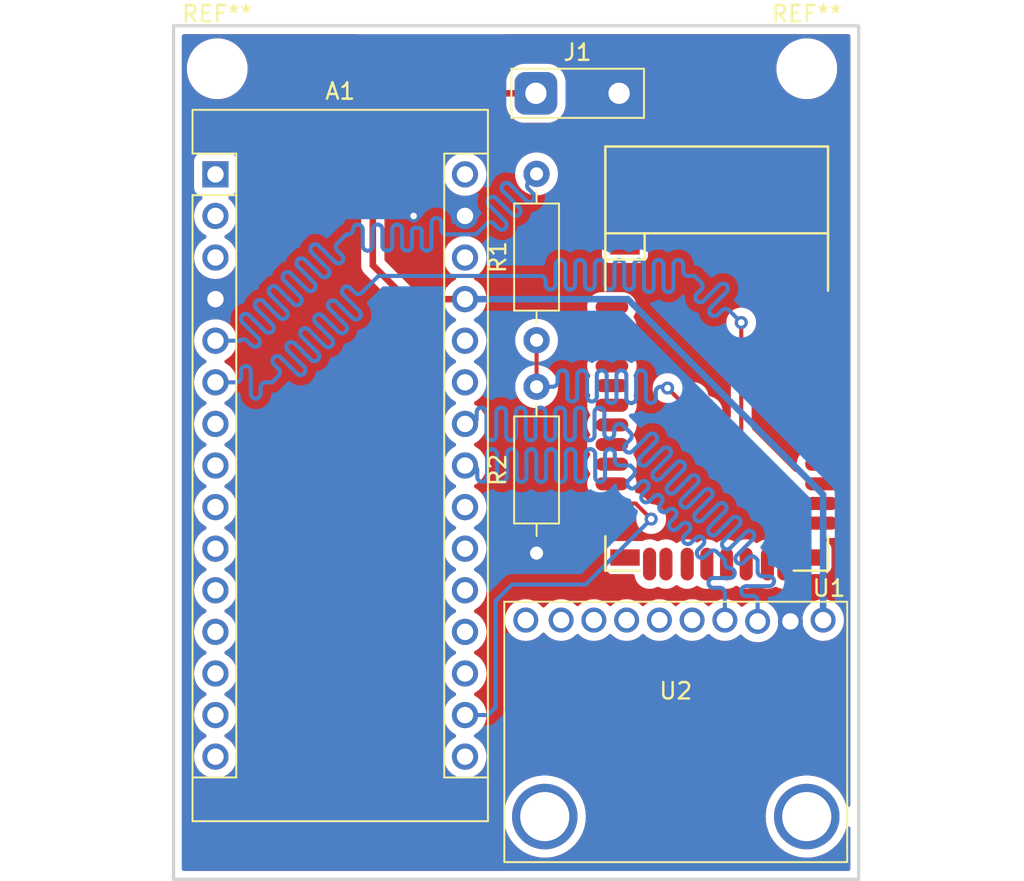
<source format=kicad_pcb>
(kicad_pcb (version 20211014) (generator pcbnew)
  (layers (0 "F.Cu" signal) (31 "B.Cu" signal) (34 "B.Paste" user) (35 "F.Paste" user) (36 "B.SilkS" user "B.Silkscreen") (37 "F.SilkS" user "F.Silkscreen") (38 "B.Mask" user) (39 "F.Mask" user) (44 "Edge.Cuts" user))
  (net 0 "")
  (net 1 "Net-(R1-PadP$2)")
  (net 2 "Net-(U1-Pad14)")
  (net 4 "GND")
  (net 15 "Net-(U1-Pad11)")
  (net 21 "Net-(U2-Pad24)")
  (net 22 "Net-(U2-Pad23)")
  (net 26 "+7.5V")
  (net 37 "Net-(R2-PadP$2)")
  (footprint "Resistor_THT:R_Axial_DIN0207_L6.3mm_D2.5mm_P10.16mm_Horizontal" (layer "F.Cu") (at 146 76.08 90)
    (fp_text reference "R1")
    (fp_text value "10k-1/2W")
  )
  (footprint "RF_Module:RN42" (layer "F.Cu") (at 157 80.05)
    (fp_text reference "U1")
    (fp_text value "RN42")
  )
  (footprint "sensor_motion:MPU_6050_pcb" (layer "F.Cu") (at 154.5 98.17)
    (fp_text reference "U2")
    (fp_text value "MPU6050")
  )
  (footprint "Module:Arduino_Nano" (layer "F.Cu") (at 126.39 65.95)
    (fp_text reference "A1")
    (fp_text value "Arduino_Nano_Every")
  )
  (footprint "MountingHole:MountingHole_2.7mm_M2.5_DIN965" (layer "F.Cu") (at 126.5 59.5)
    (fp_text reference "REF**")
    (fp_text value "MountingHole_2.7mm_M2.5_DIN965")
  )
  (footprint "TestPoint:TestPoint_2Pads_Pitch5.08mm_Drill1.3mm" (layer "F.Cu") (at 145.96 61)
    (fp_text reference "J1")
    (fp_text value "Conn_01x02_Female")
  )
  (footprint "Resistor_THT:R_Axial_DIN0207_L6.3mm_D2.5mm_P10.16mm_Horizontal" (layer "F.Cu") (at 146 89.08 90)
    (fp_text reference "R2")
    (fp_text value "22k-1/2W")
  )
  (footprint "MountingHole:MountingHole_2.7mm_M2.5_DIN965" (layer "F.Cu") (at 162.5 59.5)
    (fp_text reference "REF**")
    (fp_text value "MountingHole_2.7mm_M2.5_DIN965")
  )
  (gr_rect (start 123.83 56.88) (end 165.67 109) (layer "Edge.Cuts") (width 0.2) (fill none))
  (gr_text "WHAME" (at 139.5 59.5) (layer "F.Cu") (effects (font (size 1.5 1.5) (thickness 0.3))))
  (segment (start 138.385489 70.314511) (end 138.385489 69.614511) (width 0.25) (layer "B.Cu") (net 1))
  (segment (start 130.718432 74.271515) (end 129.728485 73.281567) (width 0.25) (layer "B.Cu") (net 1))
  (segment (start 145.788432 67.121515) (end 145.505589 66.838672) (width 0.25) (layer "B.Cu") (net 1))
  (segment (start 134.385489 69.614511) (end 134.485489 69.614511) (width 0.25) (layer "B.Cu") (net 1))
  (segment (start 144.37422 66.555833) (end 145.364168 67.54578) (width 0.25) (layer "B.Cu") (net 1))
  (segment (start 130.718432 74.271514) (end 130.718432 74.271515) (width 0.25) (layer "B.Cu") (net 1))
  (segment (start 137.185489 69.614511) (end 137.185489 69.314511) (width 0.25) (layer "B.Cu") (net 1))
  (segment (start 129.30422 73.705834) (end 129.30422 73.705833) (width 0.25) (layer "B.Cu") (net 1))
  (segment (start 135.385489 69.614511) (end 135.385489 70.314511) (width 0.25) (layer "B.Cu") (net 1))
  (segment (start 143.525689 67.404364) (end 144.515637 68.394311) (width 0.25) (layer "B.Cu") (net 1))
  (segment (start 137.785489 69.314511) (end 137.785489 69.614511) (width 0.25) (layer "B.Cu") (net 1))
  (segment (start 129.30422 73.705833) (end 130.294168 74.69578) (width 0.25) (layer "B.Cu") (net 1))
  (segment (start 143.384264 68.96) (end 143.667106 69.242842) (width 0.25) (layer "B.Cu") (net 1))
  (segment (start 145.505589 66.414408) (end 145.891075 66.028925) (width 0.25) (layer "B.Cu") (net 1))
  (segment (start 138.985489 69.614511) (end 138.985489 70.314511) (width 0.25) (layer "B.Cu") (net 1))
  (segment (start 144.37422 66.555834) (end 144.37422 66.555833) (width 0.25) (layer "B.Cu") (net 1))
  (segment (start 140.185489 68.914511) (end 140.185489 69.314511) (width 0.25) (layer "B.Cu") (net 1))
  (segment (start 133.829713 70.170284) (end 134.385489 69.614511) (width 0.25) (layer "B.Cu") (net 1))
  (segment (start 132.415494 72.574453) (end 131.425547 71.584505) (width 0.25) (layer "B.Cu") (net 1))
  (segment (start 128.455689 74.554364) (end 129.445637 75.544311) (width 0.25) (layer "B.Cu") (net 1))
  (segment (start 139.585489 69.614511) (end 139.585489 68.914511) (width 0.25) (layer "B.Cu") (net 1))
  (segment (start 138.385489 69.614511) (end 138.385489 69.414511) (width 0.25) (layer "B.Cu") (net 1))
  (segment (start 133.264025 71.725921) (end 133.264025 71.725922) (width 0.25) (layer "B.Cu") (net 1))
  (segment (start 130.152751 72.857303) (end 130.152751 72.857302) (width 0.25) (layer "B.Cu") (net 1))
  (segment (start 137.785489 69.614511) (end 137.785489 70.314511) (width 0.25) (layer "B.Cu") (net 1))
  (segment (start 131.566963 73.422984) (end 130.577016 72.433036) (width 0.25) (layer "B.Cu") (net 1))
  (segment (start 131.849813 71.16024) (end 132.839761 72.150187) (width 0.25) (layer "B.Cu") (net 1))
  (segment (start 135.985489 70.314511) (end 135.985489 69.614511) (width 0.25) (layer "B.Cu") (net 1))
  (segment (start 140.485489 69.614511) (end 142.305489 69.614511) (width 0.25) (layer "B.Cu") (net 1))
  (segment (start 138.985489 69.414511) (end 138.985489 69.614511) (width 0.25) (layer "B.Cu") (net 1))
  (segment (start 136.585489 69.314511) (end 136.585489 69.614511) (width 0.25) (layer "B.Cu") (net 1))
  (segment (start 128.314264 76.11) (end 128.597106 76.392842) (width 0.25) (layer "B.Cu") (net 1))
  (segment (start 131.001282 72.008771) (end 131.99123 72.998718) (width 0.25) (layer "B.Cu") (net 1))
  (segment (start 138.585489 69.214511) (end 138.785489 69.214511) (width 0.25) (layer "B.Cu") (net 1))
  (segment (start 135.385489 69.314511) (end 135.385489 69.614511) (width 0.25) (layer "B.Cu") (net 1))
  (segment (start 128.455689 74.554365) (end 128.455689 74.554364) (width 0.25) (layer "B.Cu") (net 1))
  (segment (start 145.891075 66.028925) (end 146 65.92) (width 0.25) (layer "B.Cu") (net 1))
  (segment (start 129.02137 75.968577) (end 128.031423 74.978629) (width 0.25) (layer "B.Cu") (net 1))
  (segment (start 129.02137 75.968576) (end 129.02137 75.968577) (width 0.25) (layer "B.Cu") (net 1))
  (segment (start 130.152751 72.857302) (end 131.142699 73.847249) (width 0.25) (layer "B.Cu") (net 1))
  (segment (start 131.001282 72.008772) (end 131.001282 72.008771) (width 0.25) (layer "B.Cu") (net 1))
  (segment (start 131.849813 71.160241) (end 131.849813 71.16024) (width 0.25) (layer "B.Cu") (net 1))
  (segment (start 129.869901 75.120045) (end 129.869901 75.120046) (width 0.25) (layer "B.Cu") (net 1))
  (segment (start 144.09137 68.818577) (end 143.101423 67.828629) (width 0.25) (layer "B.Cu") (net 1))
  (segment (start 139.585489 70.314511) (end 139.585489 69.614511) (width 0.25) (layer "B.Cu") (net 1))
  (segment (start 142.305489 69.614511) (end 142.96 68.96) (width 0.25) (layer "B.Cu") (net 1))
  (segment (start 132.698344 70.31171) (end 132.698344 70.311709) (width 0.25) (layer "B.Cu") (net 1))
  (segment (start 135.985489 69.614511) (end 135.985489 69.314511) (width 0.25) (layer "B.Cu") (net 1))
  (segment (start 133.264025 71.725922) (end 132.274078 70.735974) (width 0.25) (layer "B.Cu") (net 1))
  (segment (start 131.566963 73.422983) (end 131.566963 73.422984) (width 0.25) (layer "B.Cu") (net 1))
  (segment (start 143.525689 67.404365) (end 143.525689 67.404364) (width 0.25) (layer "B.Cu") (net 1))
  (segment (start 144.939901 67.970046) (end 143.949954 66.980098) (width 0.25) (layer "B.Cu") (net 1))
  (segment (start 129.869901 75.120046) (end 128.879954 74.130098) (width 0.25) (layer "B.Cu") (net 1))
  (segment (start 132.415494 72.574452) (end 132.415494 72.574453) (width 0.25) (layer "B.Cu") (net 1))
  (segment (start 132.698344 70.311709) (end 133.688292 71.301656) (width 0.25) (layer "B.Cu") (net 1))
  (segment (start 136.585489 69.614511) (end 136.585489 70.314511) (width 0.25) (layer "B.Cu") (net 1))
  (segment (start 144.939901 67.970045) (end 144.939901 67.970046) (width 0.25) (layer "B.Cu") (net 1))
  (segment (start 126.39 76.11) (end 127.89 76.11) (width 0.25) (layer "B.Cu") (net 1))
  (segment (start 144.09137 68.818576) (end 144.09137 68.818577) (width 0.25) (layer "B.Cu") (net 1))
  (segment (start 134.112556 70.877391) (end 133.829713 70.594548) (width 0.25) (layer "B.Cu") (net 1))
  (segment (start 137.185489 70.314511) (end 137.185489 69.614511) (width 0.25) (layer "B.Cu") (net 1))
  (segment (start 134.112556 70.87739) (end 134.112556 70.877391) (width 0.25) (layer "B.Cu") (net 1))
  (segment (start 145.788432 67.121514) (end 145.788432 67.121515) (width 0.25) (layer "B.Cu") (net 1))
  (arc (start 144.939901 68.394311) (mid 145.027769 68.182178) (end 144.939901 67.970045) (width 0.25) (layer "B.Cu") (net 1))
  (arc (start 131.99123 72.998718) (mid 132.203362 73.086586) (end 132.415494 72.998718) (width 0.25) (layer "B.Cu") (net 1))
  (arc (start 127.89 76.11) (mid 128.102132 76.022132) (end 128.314264 76.11) (width 0.25) (layer "B.Cu") (net 1))
  (arc (start 143.949954 66.555834) (mid 144.162088 66.467965) (end 144.37422 66.555834) (width 0.25) (layer "B.Cu") (net 1))
  (arc (start 128.879954 73.705834) (mid 129.092088 73.617965) (end 129.30422 73.705834) (width 0.25) (layer "B.Cu") (net 1))
  (arc (start 143.667106 69.242842) (mid 143.879238 69.33071) (end 144.09137 69.242842) (width 0.25) (layer "B.Cu") (net 1))
  (arc (start 137.185489 69.314511) (mid 137.273357 69.102379) (end 137.485489 69.014511) (width 0.25) (layer "B.Cu") (net 1))
  (arc (start 133.264025 72.150187) (mid 133.351893 71.938054) (end 133.264025 71.725921) (width 0.25) (layer "B.Cu") (net 1))
  (arc (start 129.869901 75.544311) (mid 129.957769 75.332178) (end 129.869901 75.120045) (width 0.25) (layer "B.Cu") (net 1))
  (arc (start 145.364168 67.54578) (mid 145.5763 67.633648) (end 145.788432 67.54578) (width 0.25) (layer "B.Cu") (net 1))
  (arc (start 135.685489 70.614511) (mid 135.897621 70.526643) (end 135.985489 70.314511) (width 0.25) (layer "B.Cu") (net 1))
  (arc (start 139.885489 68.614511) (mid 140.097621 68.702379) (end 140.185489 68.914511) (width 0.25) (layer "B.Cu") (net 1))
  (arc (start 128.879954 74.130098) (mid 128.792086 73.917966) (end 128.879954 73.705834) (width 0.25) (layer "B.Cu") (net 1))
  (arc (start 130.294168 74.69578) (mid 130.5063 74.783648) (end 130.718432 74.69578) (width 0.25) (layer "B.Cu") (net 1))
  (arc (start 142.96 68.96) (mid 143.172132 68.872132) (end 143.384264 68.96) (width 0.25) (layer "B.Cu") (net 1))
  (arc (start 143.949954 66.980098) (mid 143.862086 66.767966) (end 143.949954 66.555834) (width 0.25) (layer "B.Cu") (net 1))
  (arc (start 136.885489 70.614511) (mid 137.097621 70.526643) (end 137.185489 70.314511) (width 0.25) (layer "B.Cu") (net 1))
  (arc (start 128.031423 74.978629) (mid 127.943555 74.766497) (end 128.031423 74.554365) (width 0.25) (layer "B.Cu") (net 1))
  (arc (start 143.101423 67.828629) (mid 143.013555 67.616497) (end 143.101423 67.404365) (width 0.25) (layer "B.Cu") (net 1))
  (arc (start 145.505589 66.838672) (mid 145.417721 66.62654) (end 145.505589 66.414408) (width 0.25) (layer "B.Cu") (net 1))
  (arc (start 137.785489 70.314511) (mid 137.873357 70.526643) (end 138.085489 70.614511) (width 0.25) (layer "B.Cu") (net 1))
  (arc (start 130.577016 72.433036) (mid 130.489148 72.220904) (end 130.577016 72.008772) (width 0.25) (layer "B.Cu") (net 1))
  (arc (start 134.485489 69.614511) (mid 134.697621 69.526643) (end 134.785489 69.314511) (width 0.25) (layer "B.Cu") (net 1))
  (arc (start 132.415494 72.998718) (mid 132.503362 72.786585) (end 132.415494 72.574452) (width 0.25) (layer "B.Cu") (net 1))
  (arc (start 131.142699 73.847249) (mid 131.354831 73.935117) (end 131.566963 73.847249) (width 0.25) (layer "B.Cu") (net 1))
  (arc (start 130.577016 72.008772) (mid 130.78915 71.920903) (end 131.001282 72.008772) (width 0.25) (layer "B.Cu") (net 1))
  (arc (start 135.085489 69.014511) (mid 135.297621 69.102379) (end 135.385489 69.314511) (width 0.25) (layer "B.Cu") (net 1))
  (arc (start 134.112556 71.301656) (mid 134.200424 71.089523) (end 134.112556 70.87739) (width 0.25) (layer "B.Cu") (net 1))
  (arc (start 128.597106 76.392842) (mid 128.809238 76.48071) (end 129.02137 76.392842) (width 0.25) (layer "B.Cu") (net 1))
  (arc (start 129.728485 73.281567) (mid 129.640617 73.069435) (end 129.728485 72.857303) (width 0.25) (layer "B.Cu") (net 1))
  (arc (start 134.785489 69.314511) (mid 134.873357 69.102379) (end 135.085489 69.014511) (width 0.25) (layer "B.Cu") (net 1))
  (arc (start 132.274078 70.31171) (mid 132.486212 70.223841) (end 132.698344 70.31171) (width 0.25) (layer "B.Cu") (net 1))
  (arc (start 143.101423 67.404365) (mid 143.313557 67.316496) (end 143.525689 67.404365) (width 0.25) (layer "B.Cu") (net 1))
  (arc (start 129.728485 72.857303) (mid 129.940619 72.769434) (end 130.152751 72.857303) (width 0.25) (layer "B.Cu") (net 1))
  (arc (start 139.585489 68.914511) (mid 139.673357 68.702379) (end 139.885489 68.614511) (width 0.25) (layer "B.Cu") (net 1))
  (arc (start 133.829713 70.594548) (mid 133.741845 70.382416) (end 133.829713 70.170284) (width 0.25) (layer "B.Cu") (net 1))
  (arc (start 129.445637 75.544311) (mid 129.657769 75.632179) (end 129.869901 75.544311) (width 0.25) (layer "B.Cu") (net 1))
  (arc (start 145.788432 67.54578) (mid 145.8763 67.333647) (end 145.788432 67.121514) (width 0.25) (layer "B.Cu") (net 1))
  (arc (start 133.688292 71.301656) (mid 133.900424 71.389524) (end 134.112556 71.301656) (width 0.25) (layer "B.Cu") (net 1))
  (arc (start 138.385489 69.414511) (mid 138.444068 69.27309) (end 138.585489 69.214511) (width 0.25) (layer "B.Cu") (net 1))
  (arc (start 137.485489 69.014511) (mid 137.697621 69.102379) (end 137.785489 69.314511) (width 0.25) (layer "B.Cu") (net 1))
  (arc (start 144.515637 68.394311) (mid 144.727769 68.482179) (end 144.939901 68.394311) (width 0.25) (layer "B.Cu") (net 1))
  (arc (start 138.085489 70.614511) (mid 138.297621 70.526643) (end 138.385489 70.314511) (width 0.25) (layer "B.Cu") (net 1))
  (arc (start 135.385489 70.314511) (mid 135.473357 70.526643) (end 135.685489 70.614511) (width 0.25) (layer "B.Cu") (net 1))
  (arc (start 129.02137 76.392842) (mid 129.109238 76.180709) (end 129.02137 75.968576) (width 0.25) (layer "B.Cu") (net 1))
  (arc (start 136.585489 70.314511) (mid 136.673357 70.526643) (end 136.885489 70.614511) (width 0.25) (layer "B.Cu") (net 1))
  (arc (start 138.785489 69.214511) (mid 138.92691 69.27309) (end 138.985489 69.414511) (width 0.25) (layer "B.Cu") (net 1))
  (arc (start 131.425547 71.160241) (mid 131.637681 71.072372) (end 131.849813 71.160241) (width 0.25) (layer "B.Cu") (net 1))
  (arc (start 132.274078 70.735974) (mid 132.18621 70.523842) (end 132.274078 70.31171) (width 0.25) (layer "B.Cu") (net 1))
  (arc (start 132.839761 72.150187) (mid 133.051893 72.238055) (end 133.264025 72.150187) (width 0.25) (layer "B.Cu") (net 1))
  (arc (start 130.718432 74.69578) (mid 130.8063 74.483647) (end 130.718432 74.271514) (width 0.25) (layer "B.Cu") (net 1))
  (arc (start 136.285489 69.014511) (mid 136.497621 69.102379) (end 136.585489 69.314511) (width 0.25) (layer "B.Cu") (net 1))
  (arc (start 138.985489 70.314511) (mid 139.073357 70.526643) (end 139.285489 70.614511) (width 0.25) (layer "B.Cu") (net 1))
  (arc (start 128.031423 74.554365) (mid 128.243557 74.466496) (end 128.455689 74.554365) (width 0.25) (layer "B.Cu") (net 1))
  (arc (start 135.985489 69.314511) (mid 136.073357 69.102379) (end 136.285489 69.014511) (width 0.25) (layer "B.Cu") (net 1))
  (arc (start 140.185489 69.314511) (mid 140.273357 69.526643) (end 140.485489 69.614511) (width 0.25) (layer "B.Cu") (net 1))
  (arc (start 139.285489 70.614511) (mid 139.497621 70.526643) (end 139.585489 70.314511) (width 0.25) (layer "B.Cu") (net 1))
  (arc (start 131.566963 73.847249) (mid 131.654831 73.635116) (end 131.566963 73.422983) (width 0.25) (layer "B.Cu") (net 1))
  (arc (start 131.425547 71.584505) (mid 131.337679 71.372373) (end 131.425547 71.160241) (width 0.25) (layer "B.Cu") (net 1))
  (arc (start 144.09137 69.242842) (mid 144.179238 69.030709) (end 144.09137 68.818576) (width 0.25) (layer "B.Cu") (net 1))
  (segment (start 158.5 81.75) (end 158.5 75) (width 0.25) (layer "F.Cu") (net 2))
  (segment (start 163.4 86.05) (end 162.8 86.05) (width 0.25) (layer "F.Cu") (net 2))
  (segment (start 162.8 86.05) (end 158.5 81.75) (width 0.25) (layer "F.Cu") (net 2))
  (via (at 158.5 75) (size 0.8) (drill 0.4) (layers "F.Cu" "B.Cu") (net 2))
  (segment (start 156.901468 73.825733) (end 157.1136 73.613601) (width 0.25) (layer "B.Cu") (net 2))
  (segment (start 157.325734 74.249999) (end 157.055932 74.519802) (width 0.25) (layer "B.Cu") (net 2))
  (segment (start 134.905827 73.169912) (end 134.622984 72.887069) (width 0.25) (layer "B.Cu") (net 2))
  (segment (start 145.050202 72.154511) (end 136.345489 72.154511) (width 0.25) (layer "B.Cu") (net 2))
  (segment (start 154.954511 71.854511) (end 154.954511 71.472952) (width 0.25) (layer "B.Cu") (net 2))
  (segment (start 156.689336 73.189336) (end 156.477202 73.401467) (width 0.25) (layer "B.Cu") (net 2))
  (segment (start 148.954511 72.68607) (end 148.954511 72.154511) (width 0.25) (layer "B.Cu") (net 2))
  (segment (start 134.764401 74.725547) (end 133.774453 73.7356) (width 0.25) (layer "B.Cu") (net 2))
  (segment (start 127.95 77.95) (end 127.95 78.35) (width 0.25) (layer "B.Cu") (net 2))
  (segment (start 129.15 78.95) (end 129.15 79.35) (width 0.25) (layer "B.Cu") (net 2))
  (segment (start 131.794541 77.695406) (end 131.794541 77.695405) (width 0.25) (layer "B.Cu") (net 2))
  (segment (start 147.154511 72.154511) (end 147.154511 72.68607) (width 0.25) (layer "B.Cu") (net 2))
  (segment (start 157.171271 72.707402) (end 156.689336 73.189336) (width 0.25) (layer "B.Cu") (net 2))
  (segment (start 150.154511 72.154511) (end 150.154511 71.472952) (width 0.25) (layer "B.Cu") (net 2))
  (segment (start 151.954511 72.154511) (end 151.954511 72.68607) (width 0.25) (layer "B.Cu") (net 2))
  (segment (start 136.345489 72.154511) (end 135.732761 72.767239) (width 0.25) (layer "B.Cu") (net 2))
  (segment (start 135.732761 72.767239) (end 135.330091 73.169912) (width 0.25) (layer "B.Cu") (net 2))
  (segment (start 128.55 79.35) (end 128.55 78.35) (width 0.25) (layer "B.Cu") (net 2))
  (segment (start 131.370277 78.119671) (end 130.380329 77.129724) (width 0.25) (layer "B.Cu") (net 2))
  (segment (start 133.067339 76.422609) (end 132.077391 75.432662) (width 0.25) (layer "B.Cu") (net 2))
  (segment (start 146.254511 72.154511) (end 145.050202 72.154511) (width 0.25) (layer "B.Cu") (net 2))
  (segment (start 155.783135 73.247005) (end 155.783135 73.247004) (width 0.25) (layer "B.Cu") (net 2))
  (segment (start 129.956063 77.553989) (end 130.238905 77.836831) (width 0.25) (layer "B.Cu") (net 2))
  (segment (start 134.198718 73.311334) (end 135.188665 74.301282) (width 0.25) (layer "B.Cu") (net 2))
  (segment (start 151.354511 72.154511) (end 151.354511 71.472952) (width 0.25) (layer "B.Cu") (net 2))
  (segment (start 158.5 75) (end 157.75 74.25) (width 0.25) (layer "B.Cu") (net 2))
  (segment (start 153.754511 72.154511) (end 153.754511 71.472952) (width 0.25) (layer "B.Cu") (net 2))
  (segment (start 149.554511 71.472952) (end 149.554511 72.154511) (width 0.25) (layer "B.Cu") (net 2))
  (segment (start 148.354511 72.154511) (end 148.354511 72.68607) (width 0.25) (layer "B.Cu") (net 2))
  (segment (start 149.554511 72.154511) (end 149.554511 72.68607) (width 0.25) (layer "B.Cu") (net 2))
  (segment (start 150.154511 72.68607) (end 150.154511 72.154511) (width 0.25) (layer "B.Cu") (net 2))
  (segment (start 156.631667 74.095537) (end 156.901468 73.825733) (width 0.25) (layer "B.Cu") (net 2))
  (segment (start 132.643072 76.846875) (end 132.643072 76.846874) (width 0.25) (layer "B.Cu") (net 2))
  (segment (start 152.554511 72.83607) (end 152.554511 72.154511) (width 0.25) (layer "B.Cu") (net 2))
  (segment (start 130.804594 76.705458) (end 131.794541 77.695406) (width 0.25) (layer "B.Cu") (net 2))
  (segment (start 157.1136 73.613601) (end 157.113602 73.613602) (width 0.25) (layer "B.Cu") (net 2))
  (segment (start 156.052937 72.552936) (end 155.654511 72.154511) (width 0.25) (layer "B.Cu") (net 2))
  (segment (start 150.754511 72.154511) (end 150.754511 72.68607) (width 0.25) (layer "B.Cu") (net 2))
  (segment (start 134.622984 72.887069) (end 134.622984 72.88707) (width 0.25) (layer "B.Cu") (net 2))
  (segment (start 156.631668 74.519802) (end 156.631666 74.519801) (width 0.25) (layer "B.Cu") (net 2))
  (segment (start 151.954511 71.472952) (end 151.954511 72.154511) (width 0.25) (layer "B.Cu") (net 2))
  (segment (start 152.554511 72.154511) (end 152.554511 71.472952) (width 0.25) (layer "B.Cu") (net 2))
  (segment (start 151.354511 72.68607) (end 151.354511 72.154511) (width 0.25) (layer "B.Cu") (net 2))
  (segment (start 129.85 78.65) (end 129.45 78.65) (width 0.25) (layer "B.Cu") (net 2))
  (segment (start 128.55 78.35) (end 128.55 77.95) (width 0.25) (layer "B.Cu") (net 2))
  (segment (start 133.774453 73.7356) (end 133.774453 73.735601) (width 0.25) (layer "B.Cu") (net 2))
  (segment (start 156.052938 72.552938) (end 156.052937 72.552936) (width 0.25) (layer "B.Cu") (net 2))
  (segment (start 157.325735 74.249999) (end 157.325734 74.249999) (width 0.25) (layer "B.Cu") (net 2))
  (segment (start 150.754511 71.472952) (end 150.754511 72.154511) (width 0.25) (layer "B.Cu") (net 2))
  (segment (start 153.154511 72.154511) (end 153.154511 72.83607) (width 0.25) (layer "B.Cu") (net 2))
  (segment (start 157.171271 72.707401) (end 157.171271 72.707402) (width 0.25) (layer "B.Cu") (net 2))
  (segment (start 131.22886 76.281193) (end 131.22886 76.281194) (width 0.25) (layer "B.Cu") (net 2))
  (segment (start 127.65 78.65) (end 126.39 78.65) (width 0.25) (layer "B.Cu") (net 2))
  (segment (start 148.954511 72.154511) (end 148.954511 71.472952) (width 0.25) (layer "B.Cu") (net 2))
  (segment (start 130.238905 78.261095) (end 129.85 78.65) (width 0.25) (layer "B.Cu") (net 2))
  (segment (start 153.154511 71.472952) (end 153.154511 72.154511) (width 0.25) (layer "B.Cu") (net 2))
  (segment (start 155.654511 72.154511) (end 155.254511 72.154511) (width 0.25) (layer "B.Cu") (net 2))
  (segment (start 132.218808 77.27114) (end 131.22886 76.281193) (width 0.25) (layer "B.Cu") (net 2))
  (segment (start 133.350187 74.159865) (end 134.340134 75.149813) (width 0.25) (layer "B.Cu") (net 2))
  (segment (start 132.925922 74.584131) (end 132.925922 74.584132) (width 0.25) (layer "B.Cu") (net 2))
  (segment (start 146.554511 72.68607) (end 146.554511 72.454511) (width 0.25) (layer "B.Cu") (net 2))
  (segment (start 147.754511 72.68607) (end 147.754511 72.154511) (width 0.25) (layer "B.Cu") (net 2))
  (segment (start 135.188665 74.301282) (end 135.188665 74.301281) (width 0.25) (layer "B.Cu") (net 2))
  (segment (start 132.501656 75.008396) (end 133.491603 75.998344) (width 0.25) (layer "B.Cu") (net 2))
  (segment (start 132.077391 75.432662) (end 132.077391 75.432663) (width 0.25) (layer "B.Cu") (net 2))
  (segment (start 154.354511 71.472952) (end 154.354511 71.854511) (width 0.25) (layer "B.Cu") (net 2))
  (segment (start 133.91587 75.574078) (end 132.925922 74.584131) (width 0.25) (layer "B.Cu") (net 2))
  (segment (start 147.754511 72.154511) (end 147.754511 71.472952) (width 0.25) (layer "B.Cu") (net 2))
  (segment (start 156.477202 73.401467) (end 156.2074 73.671269) (width 0.25) (layer "B.Cu") (net 2))
  (segment (start 155.783135 73.247004) (end 156.052938 72.977202) (width 0.25) (layer "B.Cu") (net 2))
  (segment (start 130.380329 77.129724) (end 130.380329 77.129725) (width 0.25) (layer "B.Cu") (net 2))
  (segment (start 156.631665 74.095536) (end 156.631667 74.095537) (width 0.25) (layer "B.Cu") (net 2))
  (segment (start 157.595537 72.707402) (end 157.595536 72.707402) (width 0.25) (layer "B.Cu") (net 2))
  (segment (start 148.354511 71.472952) (end 148.354511 72.154511) (width 0.25) (layer "B.Cu") (net 2))
  (segment (start 131.653125 75.856927) (end 132.643072 76.846875) (width 0.25) (layer "B.Cu") (net 2))
  (segment (start 133.491603 75.998344) (end 133.491603 75.998343) (width 0.25) (layer "B.Cu") (net 2))
  (segment (start 134.340134 75.149813) (end 134.340134 75.149812) (width 0.25) (layer "B.Cu") (net 2))
  (segment (start 153.754511 72.83607) (end 153.754511 72.154511) (width 0.25) (layer "B.Cu") (net 2))
  (segment (start 154.354511 71.854511) (end 154.354511 72.83607) (width 0.25) (layer "B.Cu") (net 2))
  (segment (start 147.154511 71.472952) (end 147.154511 72.154511) (width 0.25) (layer "B.Cu") (net 2))
  (segment (start 157.113602 73.613602) (end 157.595536 73.131667) (width 0.25) (layer "B.Cu") (net 2))
  (segment (start 155.783135 73.67127) (end 155.783136 73.67127) (width 0.25) (layer "B.Cu") (net 2))
  (arc (start 129.45 78.65) (mid 129.237868 78.737868) (end 129.15 78.95) (width 0.25) (layer "B.Cu") (net 2))
  (arc (start 157.75 74.25) (mid 157.537867 74.16213) (end 157.325735 74.249999) (width 0.25) (layer "B.Cu") (net 2))
  (arc (start 132.925922 74.584132) (mid 132.71379 74.496263) (end 132.501656 74.584132) (width 0.25) (layer "B.Cu") (net 2))
  (arc (start 135.188665 74.301281) (mid 135.276533 74.513414) (end 135.188665 74.725547) (width 0.25) (layer "B.Cu") (net 2))
  (arc (start 147.154511 72.68607) (mid 147.066643 72.898202) (end 146.854511 72.98607) (width 0.25) (layer "B.Cu") (net 2))
  (arc (start 152.554511 71.472952) (mid 152.466643 71.26082) (end 152.254511 71.172952) (width 0.25) (layer "B.Cu") (net 2))
  (arc (start 133.350187 73.735601) (mid 133.262319 73.947733) (end 133.350187 74.159865) (width 0.25) (layer "B.Cu") (net 2))
  (arc (start 128.25 77.65) (mid 128.037868 77.737868) (end 127.95 77.95) (width 0.25) (layer "B.Cu") (net 2))
  (arc (start 146.554511 72.454511) (mid 146.466643 72.242379) (end 146.254511 72.154511) (width 0.25) (layer "B.Cu") (net 2))
  (arc (start 154.954511 71.472952) (mid 154.866643 71.26082) (end 154.654511 71.172952) (width 0.25) (layer "B.Cu") (net 2))
  (arc (start 149.554511 72.68607) (mid 149.466643 72.898202) (end 149.254511 72.98607) (width 0.25) (layer "B.Cu") (net 2))
  (arc (start 131.794541 77.695405) (mid 131.882409 77.907538) (end 131.794541 78.119671) (width 0.25) (layer "B.Cu") (net 2))
  (arc (start 132.643072 76.846874) (mid 132.73094 77.059007) (end 132.643072 77.27114) (width 0.25) (layer "B.Cu") (net 2))
  (arc (start 133.491603 75.998343) (mid 133.579471 76.210476) (end 133.491603 76.422609) (width 0.25) (layer "B.Cu") (net 2))
  (arc (start 155.783136 73.67127) (mid 155.695266 73.459137) (end 155.783135 73.247005) (width 0.25) (layer "B.Cu") (net 2))
  (arc (start 153.754511 71.472952) (mid 153.666643 71.26082) (end 153.454511 71.172952) (width 0.25) (layer "B.Cu") (net 2))
  (arc (start 133.774453 73.735601) (mid 133.562321 73.647732) (end 133.350187 73.735601) (width 0.25) (layer "B.Cu") (net 2))
  (arc (start 157.055932 74.519802) (mid 156.8438 74.60767) (end 156.631668 74.519802) (width 0.25) (layer "B.Cu") (net 2))
  (arc (start 130.380329 77.129725) (mid 130.168197 77.041856) (end 129.956063 77.129725) (width 0.25) (layer "B.Cu") (net 2))
  (arc (start 135.330091 73.169912) (mid 135.117959 73.25778) (end 134.905827 73.169912) (width 0.25) (layer "B.Cu") (net 2))
  (arc (start 151.654511 72.98607) (mid 151.442379 72.898202) (end 151.354511 72.68607) (width 0.25) (layer "B.Cu") (net 2))
  (arc (start 151.354511 71.472952) (mid 151.266643 71.26082) (end 151.054511 71.172952) (width 0.25) (layer "B.Cu") (net 2))
  (arc (start 154.054511 73.13607) (mid 153.842379 73.048202) (end 153.754511 72.83607) (width 0.25) (layer "B.Cu") (net 2))
  (arc (start 151.954511 72.68607) (mid 151.866643 72.898202) (end 151.654511 72.98607) (width 0.25) (layer "B.Cu") (net 2))
  (arc (start 132.077391 75.432663) (mid 131.865259 75.344794) (end 131.653125 75.432663) (width 0.25) (layer "B.Cu") (net 2))
  (arc (start 149.254511 72.98607) (mid 149.042379 72.898202) (end 148.954511 72.68607) (width 0.25) (layer "B.Cu") (net 2))
  (arc (start 157.595536 72.707402) (mid 157.383404 72.619533) (end 157.171271 72.707401) (width 0.25) (layer "B.Cu") (net 2))
  (arc (start 132.501656 74.584132) (mid 132.413788 74.796264) (end 132.501656 75.008396) (width 0.25) (layer "B.Cu") (net 2))
  (arc (start 152.854511 73.13607) (mid 152.642379 73.048202) (end 152.554511 72.83607) (width 0.25) (layer "B.Cu") (net 2))
  (arc (start 135.188665 74.725547) (mid 134.976533 74.813415) (end 134.764401 74.725547) (width 0.25) (layer "B.Cu") (net 2))
  (arc (start 156.2074 73.671269) (mid 155.995269 73.759139) (end 155.783135 73.67127) (width 0.25) (layer "B.Cu") (net 2))
  (arc (start 130.238905 77.836831) (mid 130.326773 78.048963) (end 130.238905 78.261095) (width 0.25) (layer "B.Cu") (net 2))
  (arc (start 128.55 77.95) (mid 128.462132 77.737868) (end 128.25 77.65) (width 0.25) (layer "B.Cu") (net 2))
  (arc (start 146.854511 72.98607) (mid 146.642379 72.898202) (end 146.554511 72.68607) (width 0.25) (layer "B.Cu") (net 2))
  (arc (start 150.154511 71.472952) (mid 150.066643 71.26082) (end 149.854511 71.172952) (width 0.25) (layer "B.Cu") (net 2))
  (arc (start 134.340134 75.574078) (mid 134.128002 75.661946) (end 133.91587 75.574078) (width 0.25) (layer "B.Cu") (net 2))
  (arc (start 132.643072 77.27114) (mid 132.43094 77.359008) (end 132.218808 77.27114) (width 0.25) (layer "B.Cu") (net 2))
  (arc (start 134.198718 72.88707) (mid 134.11085 73.099202) (end 134.198718 73.311334) (width 0.25) (layer "B.Cu") (net 2))
  (arc (start 156.631666 74.519801) (mid 156.543798 74.30767) (end 156.631665 74.095536) (width 0.25) (layer "B.Cu") (net 2))
  (arc (start 128.85 79.65) (mid 128.637868 79.562132) (end 128.55 79.35) (width 0.25) (layer "B.Cu") (net 2))
  (arc (start 147.754511 71.472952) (mid 147.666643 71.26082) (end 147.454511 71.172952) (width 0.25) (layer "B.Cu") (net 2))
  (arc (start 148.954511 71.472952) (mid 148.866643 71.26082) (end 148.654511 71.172952) (width 0.25) (layer "B.Cu") (net 2))
  (arc (start 129.956063 77.129725) (mid 129.868195 77.341857) (end 129.956063 77.553989) (width 0.25) (layer "B.Cu") (net 2))
  (arc (start 129.15 79.35) (mid 129.062132 79.562132) (end 128.85 79.65) (width 0.25) (layer "B.Cu") (net 2))
  (arc (start 157.595536 73.131667) (mid 157.683405 72.919535) (end 157.595537 72.707402) (width 0.25) (layer "B.Cu") (net 2))
  (arc (start 131.653125 75.432663) (mid 131.565257 75.644795) (end 131.653125 75.856927) (width 0.25) (layer "B.Cu") (net 2))
  (arc (start 153.154511 72.83607) (mid 153.066643 73.048202) (end 152.854511 73.13607) (width 0.25) (layer "B.Cu") (net 2))
  (arc (start 149.854511 71.172952) (mid 149.642379 71.26082) (end 149.554511 71.472952) (width 0.25) (layer "B.Cu") (net 2))
  (arc (start 127.95 78.35) (mid 127.862132 78.562132) (end 127.65 78.65) (width 0.25) (layer "B.Cu") (net 2))
  (arc (start 130.804594 76.281194) (mid 130.716726 76.493326) (end 130.804594 76.705458) (width 0.25) (layer "B.Cu") (net 2))
  (arc (start 147.454511 71.172952) (mid 147.242379 71.26082) (end 147.154511 71.472952) (width 0.25) (layer "B.Cu") (net 2))
  (arc (start 133.491603 76.422609) (mid 133.279471 76.510477) (end 133.067339 76.422609) (width 0.25) (layer "B.Cu") (net 2))
  (arc (start 150.754511 72.68607) (mid 150.666643 72.898202) (end 150.454511 72.98607) (width 0.25) (layer "B.Cu") (net 2))
  (arc (start 156.052938 72.977202) (mid 156.140806 72.76507) (end 156.052938 72.552938) (width 0.25) (layer "B.Cu") (net 2))
  (arc (start 148.654511 71.172952) (mid 148.442379 71.26082) (end 148.354511 71.472952) (width 0.25) (layer "B.Cu") (net 2))
  (arc (start 151.054511 71.172952) (mid 150.842379 71.26082) (end 150.754511 71.472952) (width 0.25) (layer "B.Cu") (net 2))
  (arc (start 150.454511 72.98607) (mid 150.242379 72.898202) (end 150.154511 72.68607) (width 0.25) (layer "B.Cu") (net 2))
  (arc (start 134.622984 72.88707) (mid 134.410852 72.799201) (end 134.198718 72.88707) (width 0.25) (layer "B.Cu") (net 2))
  (arc (start 154.354511 72.83607) (mid 154.266643 73.048202) (end 154.054511 73.13607) (width 0.25) (layer "B.Cu") (net 2))
  (arc (start 154.654511 71.172952) (mid 154.442379 71.26082) (end 154.354511 71.472952) (width 0.25) (layer "B.Cu") (net 2))
  (arc (start 131.794541 78.119671) (mid 131.582409 78.207539) (end 131.370277 78.119671) (width 0.25) (layer "B.Cu") (net 2))
  (arc (start 134.340134 75.149812) (mid 134.428002 75.361945) (end 134.340134 75.574078) (width 0.25) (layer "B.Cu") (net 2))
  (arc (start 153.454511 71.172952) (mid 153.242379 71.26082) (end 153.154511 71.472952) (width 0.25) (layer "B.Cu") (net 2))
  (arc (start 155.254511 72.154511) (mid 155.042379 72.066643) (end 154.954511 71.854511) (width 0.25) (layer "B.Cu") (net 2))
  (arc (start 152.254511 71.172952) (mid 152.042379 71.26082) (end 151.954511 71.472952) (width 0.25) (layer "B.Cu") (net 2))
  (arc (start 148.354511 72.68607) (mid 148.266643 72.898202) (end 148.054511 72.98607) (width 0.25) (layer "B.Cu") (net 2))
  (arc (start 148.054511 72.98607) (mid 147.842379 72.898202) (end 147.754511 72.68607) (width 0.25) (layer "B.Cu") (net 2))
  (arc (start 131.22886 76.281194) (mid 131.016728 76.193325) (end 130.804594 76.281194) (width 0.25) (layer "B.Cu") (net 2))
  (segment (start 148.5 75.36) (end 148.5 86.5) (width 0.4) (layer "F.Cu") (net 4))
  (segment (start 150.6 87.25) (end 150.100489 87.749511) (width 0.4) (layer "F.Cu") (net 4))
  (segment (start 148.5 86.5) (end 149.25 87.25) (width 0.4) (layer "F.Cu") (net 4))
  (segment (start 147.92 89.08) (end 149.75 87.25) (width 0.4) (layer "F.Cu") (net 4))
  (segment (start 150.100489 90.249511) (end 151.350978 91.5) (width 0.4) (layer "F.Cu") (net 4))
  (segment (start 137 67) (end 138.49 68.49) (width 0.4) (layer "F.Cu") (net 4))
  (segment (start 149.04 63) (end 138 63) (width 0.4) (layer "F.Cu") (net 4))
  (segment (start 151.04 61) (end 149.04 63) (width 0.4) (layer "F.Cu") (net 4))
  (segment (start 146 89.08) (end 147.92 89.08) (width 0.4) (layer "F.Cu") (net 4))
  (segment (start 150.100489 87.749511) (end 150.100489 90.249511) (width 0.4) (layer "F.Cu") (net 4))
  (segment (start 138 63) (end 137 64) (width 0.4) (layer "F.Cu") (net 4))
  (segment (start 149.75 87.25) (end 150.6 87.25) (width 0.4) (layer "F.Cu") (net 4))
  (segment (start 141.63 68.49) (end 148.5 75.36) (width 0.4) (layer "F.Cu") (net 4))
  (segment (start 161.5 92.5) (end 161.5 93.25) (width 0.4) (layer "F.Cu") (net 4))
  (segment (start 141.63 68.49) (end 138.49 68.49) (width 0.4) (layer "F.Cu") (net 4))
  (segment (start 149.25 87.25) (end 149.75 87.25) (width 0.4) (layer "F.Cu") (net 4))
  (segment (start 137 64) (end 137 67) (width 0.4) (layer "F.Cu") (net 4))
  (segment (start 151.350978 91.5) (end 160.5 91.5) (width 0.4) (layer "F.Cu") (net 4))
  (segment (start 160.5 91.5) (end 161.5 92.5) (width 0.4) (layer "F.Cu") (net 4))
  (via (at 138.49 68.49) (size 0.8) (drill 0.4) (layers "F.Cu" "B.Cu") (net 4))
  (segment (start 133.01 68.49) (end 127.93 73.57) (width 0.4) (layer "B.Cu") (net 4))
  (segment (start 127.93 73.57) (end 126.39 73.57) (width 0.4) (layer "B.Cu") (net 4))
  (segment (start 138.49 68.49) (end 133.01 68.49) (width 0.4) (layer "B.Cu") (net 4))
  (segment (start 150.6 86.05) (end 152.05 86.05) (width 0.25) (layer "F.Cu") (net 15))
  (segment (start 152.05 86.05) (end 153 87) (width 0.25) (layer "F.Cu") (net 15))
  (via (at 153 87) (size 0.8) (drill 0.4) (layers "F.Cu" "B.Cu") (net 15))
  (segment (start 153 87) (end 149 91) (width 0.25) (layer "B.Cu") (net 15))
  (segment (start 143.03 98.97) (end 141.63 98.97) (width 0.25) (layer "B.Cu") (net 15))
  (segment (start 149 91) (end 144.5 91) (width 0.25) (layer "B.Cu") (net 15))
  (segment (start 144.5 91) (end 143.5 92) (width 0.25) (layer "B.Cu") (net 15))
  (segment (start 143.5 98.5) (end 143.03 98.97) (width 0.25) (layer "B.Cu") (net 15))
  (segment (start 143.5 92) (end 143.5 98.5) (width 0.25) (layer "B.Cu") (net 15))
  (segment (start 152.338119 84.762384) (end 152.055277 85.045227) (width 0.25) (layer "B.Cu") (net 21))
  (segment (start 145.98 84.43) (end 145.98 83.73) (width 0.25) (layer "B.Cu") (net 21))
  (segment (start 154.035177 86.459442) (end 153.999822 86.494798) (width 0.25) (layer "B.Cu") (net 21))
  (segment (start 145.38 83.03) (end 145.38 83.73) (width 0.25) (layer "B.Cu") (net 21))
  (segment (start 157.5 89.5) (end 157.00503 89.00503) (width 0.25) (layer "B.Cu") (net 21))
  (segment (start 145.38 83.73) (end 145.38 84.43) (width 0.25) (layer "B.Cu") (net 21))
  (segment (start 156.580764 89.005029) (end 156.297922 89.287872) (width 0.25) (layer "B.Cu") (net 21))
  (segment (start 148.98 83.73) (end 148.98 84.43) (width 0.25) (layer "B.Cu") (net 21))
  (segment (start 154.459442 86.459442) (end 154.459443 86.459443) (width 0.25) (layer "B.Cu") (net 21))
  (segment (start 152.762384 84.762384) (end 152.762385 84.762385) (width 0.25) (layer "B.Cu") (net 21))
  (segment (start 144.78 83.73) (end 144.78 83.03) (width 0.25) (layer "B.Cu") (net 21))
  (segment (start 155.732235 88.1565) (end 155.449393 88.439343) (width 0.25) (layer "B.Cu") (net 21))
  (segment (start 153.575557 86.070533) (end 153.575557 86.070532) (width 0.25) (layer "B.Cu") (net 21))
  (segment (start 142.08 83.73) (end 141.63 83.73) (width 0.25) (layer "B.Cu") (net 21))
  (segment (start 154.176599 87.166549) (end 154.176599 87.166548) (width 0.25) (layer "B.Cu") (net 21))
  (segment (start 152.479541 85.469491) (end 152.479541 85.46949) (width 0.25) (layer "B.Cu") (net 21))
  (segment (start 150.18 83.03) (end 150.18 83.43) (width 0.25) (layer "B.Cu") (net 21))
  (segment (start 157.2 91.2) (end 156.8 91.2) (width 0.25) (layer "B.Cu") (net 21))
  (segment (start 155.873657 88.863606) (end 156.1565 88.580764) (width 0.25) (layer "B.Cu") (net 21))
  (segment (start 154.035178 86.459442) (end 154.035177 86.459442) (width 0.25) (layer "B.Cu") (net 21))
  (segment (start 154.883706 87.307971) (end 154.600864 87.590814) (width 0.25) (layer "B.Cu") (net 21))
  (segment (start 143.58 84.43) (end 143.58 83.73) (width 0.25) (layer "B.Cu") (net 21))
  (segment (start 147.78 83.03) (end 147.78 83.73) (width 0.25) (layer "B.Cu") (net 21))
  (segment (start 154.176599 87.166548) (end 154.459442 86.883706) (width 0.25) (layer "B.Cu") (net 21))
  (segment (start 151.913856 83.913856) (end 151.73 83.73) (width 0.25) (layer "B.Cu") (net 21))
  (segment (start 151.631012 84.620962) (end 151.631012 84.620961) (width 0.25) (layer "B.Cu") (net 21))
  (segment (start 148.98 83.03) (end 148.98 83.73) (width 0.25) (layer "B.Cu") (net 21))
  (segment (start 144.78 84.43) (end 144.78 83.73) (width 0.25) (layer "B.Cu") (net 21))
  (segment (start 149.58 84.43) (end 149.58 83.73) (width 0.25) (layer "B.Cu") (net 21))
  (segment (start 154.883707 87.307971) (end 154.883706 87.307971) (width 0.25) (layer "B.Cu") (net 21))
  (segment (start 153.186648 85.610913) (end 152.903806 85.893756) (width 0.25) (layer "B.Cu") (net 21))
  (segment (start 143.58 83.73) (end 143.58 83.03) (width 0.25) (layer "B.Cu") (net 21))
  (segment (start 142.38 84.43) (end 142.38 84.03) (width 0.25) (layer "B.Cu") (net 21))
  (segment (start 153.575557 86.070532) (end 153.610913 86.035177) (width 0.25) (layer "B.Cu") (net 21))
  (segment (start 157.5 89.7) (end 157.5 89.5) (width 0.25) (layer "B.Cu") (net 21))
  (segment (start 155.025128 88.015077) (end 155.307971 87.732235) (width 0.25) (layer "B.Cu") (net 21))
  (segment (start 144.18 83.03) (end 144.18 83.73) (width 0.25) (layer "B.Cu") (net 21))
  (segment (start 145.98 83.73) (end 145.98 83.03) (width 0.25) (layer "B.Cu") (net 21))
  (segment (start 147.78 83.73) (end 147.78 84.43) (width 0.25) (layer "B.Cu") (net 21))
  (segment (start 149.58 83.73) (end 149.58 83.03) (width 0.25) (layer "B.Cu") (net 21))
  (segment (start 142.98 83.73) (end 142.98 84.43) (width 0.25) (layer "B.Cu") (net 21))
  (segment (start 156.8 90.6) (end 157.2 90.6) (width 0.25) (layer "B.Cu") (net 21))
  (segment (start 151.631012 84.620961) (end 151.913855 84.338119) (width 0.25) (layer "B.Cu") (net 21))
  (segment (start 146.58 83.03) (end 146.58 83.73) (width 0.25) (layer "B.Cu") (net 21))
  (segment (start 148.38 83.73) (end 148.38 83.03) (width 0.25) (layer "B.Cu") (net 21))
  (segment (start 157.2 90.6) (end 157.8 90.6) (width 0.25) (layer "B.Cu") (net 21))
  (segment (start 152.479541 85.46949) (end 152.762384 85.186648) (width 0.25) (layer "B.Cu") (net 21))
  (segment (start 153.186649 85.610913) (end 153.186648 85.610913) (width 0.25) (layer "B.Cu") (net 21))
  (segment (start 156.1565 88.1565) (end 156.156501 88.156501) (width 0.25) (layer "B.Cu") (net 21))
  (segment (start 155.307971 87.307971) (end 155.307972 87.307972) (width 0.25) (layer "B.Cu") (net 21))
  (segment (start 156.580765 89.005029) (end 156.580764 89.005029) (width 0.25) (layer "B.Cu") (net 21))
  (segment (start 150.18 83.43) (end 150.18 84.43) (width 0.25) (layer "B.Cu") (net 21))
  (segment (start 144.18 83.73) (end 144.18 84.43) (width 0.25) (layer "B.Cu") (net 21))
  (segment (start 147.18 83.73) (end 147.18 83.03) (width 0.25) (layer "B.Cu") (net 21))
  (segment (start 155.873657 88.863607) (end 155.873657 88.863606) (width 0.25) (layer "B.Cu") (net 21))
  (segment (start 155.732236 88.1565) (end 155.732235 88.1565) (width 0.25) (layer "B.Cu") (net 21))
  (segment (start 151.913855 83.913855) (end 151.913856 83.913856) (width 0.25) (layer "B.Cu") (net 21))
  (segment (start 147.18 84.43) (end 147.18 83.73) (width 0.25) (layer "B.Cu") (net 21))
  (segment (start 157.5 93.17) (end 157.5 91.5) (width 0.25) (layer "B.Cu") (net 21))
  (segment (start 153.610913 85.610913) (end 153.610914 85.610914) (width 0.25) (layer "B.Cu") (net 21))
  (segment (start 151.73 83.73) (end 151.08 83.73) (width 0.25) (layer "B.Cu") (net 21))
  (segment (start 146.58 83.73) (end 146.58 84.43) (width 0.25) (layer "B.Cu") (net 21))
  (segment (start 150.78 83.43) (end 150.78 83.03) (width 0.25) (layer "B.Cu") (net 21))
  (segment (start 142.98 83.03) (end 142.98 83.73) (width 0.25) (layer "B.Cu") (net 21))
  (segment (start 152.33812 84.762384) (end 152.338119 84.762384) (width 0.25) (layer "B.Cu") (net 21))
  (segment (start 148.38 84.43) (end 148.38 83.73) (width 0.25) (layer "B.Cu") (net 21))
  (segment (start 155.025128 88.015078) (end 155.025128 88.015077) (width 0.25) (layer "B.Cu") (net 21))
  (arc (start 144.78 83.03) (mid 144.692132 82.817868) (end 144.48 82.73) (width 0.25) (layer "B.Cu") (net 21))
  (arc (start 156.1565 88.580764) (mid 156.244368 88.368632) (end 156.1565 88.1565) (width 0.25) (layer "B.Cu") (net 21))
  (arc (start 156.297922 89.287872) (mid 156.08579 89.37574) (end 155.873658 89.287872) (width 0.25) (layer "B.Cu") (net 21))
  (arc (start 154.459443 86.459443) (mid 154.24731 86.371573) (end 154.035178 86.459442) (width 0.25) (layer "B.Cu") (net 21))
  (arc (start 154.1766 87.590814) (mid 154.08873 87.378681) (end 154.176599 87.166549) (width 0.25) (layer "B.Cu") (net 21))
  (arc (start 156.5 90.9) (mid 156.587868 90.687868) (end 156.8 90.6) (width 0.25) (layer "B.Cu") (net 21))
  (arc (start 143.88 84.73) (mid 143.667868 84.642132) (end 143.58 84.43) (width 0.25) (layer "B.Cu") (net 21))
  (arc (start 143.28 82.73) (mid 143.067868 82.817868) (end 142.98 83.03) (width 0.25) (layer "B.Cu") (net 21))
  (arc (start 146.28 84.73) (mid 146.067868 84.642132) (end 145.98 84.43) (width 0.25) (layer "B.Cu") (net 21))
  (arc (start 145.68 82.73) (mid 145.467868 82.817868) (end 145.38 83.03) (width 0.25) (layer "B.Cu") (net 21))
  (arc (start 152.055277 85.045227) (mid 151.843145 85.133095) (end 151.631013 85.045227) (width 0.25) (layer "B.Cu") (net 21))
  (arc (start 152.762384 85.186648) (mid 152.850252 84.974516) (end 152.762384 84.762384) (width 0.25) (layer "B.Cu") (net 21))
  (arc (start 150.18 84.43) (mid 150.092132 84.642132) (end 149.88 84.73) (width 0.25) (layer "B.Cu") (net 21))
  (arc (start 151.08 83.73) (mid 150.867868 83.642132) (end 150.78 83.43) (width 0.25) (layer "B.Cu") (net 21))
  (arc (start 145.98 83.03) (mid 145.892132 82.817868) (end 145.68 82.73) (width 0.25) (layer "B.Cu") (net 21))
  (arc (start 146.58 84.43) (mid 146.492132 84.642132) (end 146.28 84.73) (width 0.25) (layer "B.Cu") (net 21))
  (arc (start 146.88 82.73) (mid 146.667868 82.817868) (end 146.58 83.03) (width 0.25) (layer "B.Cu") (net 21))
  (arc (start 148.68 84.73) (mid 148.467868 84.642132) (end 148.38 84.43) (width 0.25) (layer "B.Cu") (net 21))
  (arc (start 157.8 90.6) (mid 158.012132 90.512132) (end 158.1 90.3) (width 0.25) (layer "B.Cu") (net 21))
  (arc (start 153.999822 86.494798) (mid 153.78769 86.582666) (end 153.575558 86.494798) (width 0.25) (layer "B.Cu") (net 21))
  (arc (start 158.1 90.3) (mid 158.012132 90.087868) (end 157.8 90) (width 0.25) (layer "B.Cu") (net 21))
  (arc (start 157.00503 89.00503) (mid 156.792897 88.91716) (end 156.580765 89.005029) (width 0.25) (layer "B.Cu") (net 21))
  (arc (start 149.58 83.03) (mid 149.492132 82.817868) (end 149.28 82.73) (width 0.25) (layer "B.Cu") (net 21))
  (arc (start 152.903806 85.893756) (mid 152.691674 85.981624) (end 152.479542 85.893756) (width 0.25) (layer "B.Cu") (net 21))
  (arc (start 147.78 84.43) (mid 147.692132 84.642132) (end 147.48 84.73) (width 0.25) (layer "B.Cu") (net 21))
  (arc (start 155.873658 89.287872) (mid 155.785788 89.075739) (end 155.873657 88.863607) (width 0.25) (layer "B.Cu") (net 21))
  (arc (start 142.68 84.73) (mid 142.467868 84.642132) (end 142.38 84.43) (width 0.25) (layer "B.Cu") (net 21))
  (arc (start 152.479542 85.893756) (mid 152.391672 85.681623) (end 152.479541 85.469491) (width 0.25) (layer "B.Cu") (net 21))
  (arc (start 154.600864 87.590814) (mid 154.388732 87.678682) (end 154.1766 87.590814) (width 0.25) (layer "B.Cu") (net 21))
  (arc (start 142.98 84.43) (mid 142.892132 84.642132) (end 142.68 84.73) (width 0.25) (layer "B.Cu") (net 21))
  (arc (start 144.48 82.73) (mid 144.267868 82.817868) (end 144.18 83.03) (width 0.25) (layer "B.Cu") (net 21))
  (arc (start 153.575558 86.494798) (mid 153.487688 86.282665) (end 153.575557 86.070533) (width 0.25) (layer "B.Cu") (net 21))
  (arc (start 150.48 82.73) (mid 150.267868 82.817868) (end 150.18 83.03) (width 0.25) (layer "B.Cu") (net 21))
  (arc (start 144.18 84.43) (mid 144.092132 84.642132) (end 143.88 84.73) (width 0.25) (layer "B.Cu") (net 21))
  (arc (start 155.307972 87.307972) (mid 155.095839 87.220102) (end 154.883707 87.307971) (width 0.25) (layer "B.Cu") (net 21))
  (arc (start 150.78 83.03) (mid 150.692132 82.817868) (end 150.48 82.73) (width 0.25) (layer "B.Cu") (net 21))
  (arc (start 151.913855 84.338119) (mid 152.001723 84.125987) (end 151.913855 83.913855) (width 0.25) (layer "B.Cu") (net 21))
  (arc (start 151.631013 85.045227) (mid 151.543143 84.833094) (end 151.631012 84.620962) (width 0.25) (layer "B.Cu") (net 21))
  (arc (start 149.88 84.73) (mid 149.667868 84.642132) (end 149.58 84.43) (width 0.25) (layer "B.Cu") (net 21))
  (arc (start 143.58 83.03) (mid 143.492132 82.817868) (end 143.28 82.73) (width 0.25) (layer "B.Cu") (net 21))
  (arc (start 157.5 91.5) (mid 157.412132 91.287868) (end 157.2 91.2) (width 0.25) (layer "B.Cu") (net 21))
  (arc (start 153.610913 86.035177) (mid 153.698781 85.823045) (end 153.610913 85.610913) (width 0.25) (layer "B.Cu") (net 21))
  (arc (start 154.459442 86.883706) (mid 154.54731 86.671574) (end 154.459442 86.459442) (width 0.25) (layer "B.Cu") (net 21))
  (arc (start 155.025129 88.439343) (mid 154.937259 88.22721) (end 155.025128 88.015078) (width 0.25) (layer "B.Cu") (net 21))
  (arc (start 156.8 91.2) (mid 156.587868 91.112132) (end 156.5 90.9) (width 0.25) (layer "B.Cu") (net 21))
  (arc (start 149.28 82.73) (mid 149.067868 82.817868) (end 148.98 83.03) (width 0.25) (layer "B.Cu") (net 21))
  (arc (start 142.38 84.03) (mid 142.292132 83.817868) (end 142.08 83.73) (width 0.25) (layer "B.Cu") (net 21))
  (arc (start 148.98 84.43) (mid 148.892132 84.642132) (end 148.68 84.73) (width 0.25) (layer "B.Cu") (net 21))
  (arc (start 156.156501 88.156501) (mid 155.944368 88.068631) (end 155.732236 88.1565) (width 0.25) (layer "B.Cu") (net 21))
  (arc (start 147.48 84.73) (mid 147.267868 84.642132) (end 147.18 84.43) (width 0.25) (layer "B.Cu") (net 21))
  (arc (start 157.8 90) (mid 157.587868 89.912132) (end 157.5 89.7) (width 0.25) (layer "B.Cu") (net 21))
  (arc (start 155.307971 87.732235) (mid 155.395839 87.520103) (end 155.307971 87.307971) (width 0.25) (layer "B.Cu") (net 21))
  (arc (start 152.762385 84.762385) (mid 152.550252 84.674515) (end 152.33812 84.762384) (width 0.25) (layer "B.Cu") (net 21))
  (arc (start 147.18 83.03) (mid 147.092132 82.817868) (end 146.88 82.73) (width 0.25) (layer "B.Cu") (net 21))
  (arc (start 155.449393 88.439343) (mid 155.237261 88.527211) (end 155.025129 88.439343) (width 0.25) (layer "B.Cu") (net 21))
  (arc (start 153.610914 85.610914) (mid 153.398781 85.523044) (end 153.186649 85.610913) (width 0.25) (layer "B.Cu") (net 21))
  (arc (start 148.38 83.03) (mid 148.292132 82.817868) (end 148.08 82.73) (width 0.25) (layer "B.Cu") (net 21))
  (arc (start 145.08 84.73) (mid 144.867868 84.642132) (end 144.78 84.43) (width 0.25) (layer "B.Cu") (net 21))
  (arc (start 145.38 84.43) (mid 145.292132 84.642132) (end 145.08 84.73) (width 0.25) (layer "B.Cu") (net 21))
  (arc (start 148.08 82.73) (mid 147.867868 82.817868) (end 147.78 83.03) (width 0.25) (layer "B.Cu") (net 21))
  (segment (start 152.322834 83.242072) (end 153.277425 82.287476) (width 0.25) (layer "B.Cu") (net 22))
  (segment (start 158.792891 87.802943) (end 158.297916 88.297916) (width 0.25) (layer "B.Cu") (net 22))
  (segment (start 159.2 91.1) (end 160.2 91.1) (width 0.25) (layer "B.Cu") (net 22))
  (segment (start 153.171365 84.090604) (end 153.171367 84.090605) (width 0.25) (layer "B.Cu") (net 22))
  (segment (start 142.94 81.19) (end 142.94 80.49) (width 0.25) (layer "B.Cu") (net 22))
  (segment (start 154.868433 85.787671) (end 155.823024 84.833075) (width 0.25) (layer "B.Cu") (net 22))
  (segment (start 143.54 81.19) (end 143.54 81.89) (width 0.25) (layer "B.Cu") (net 22))
  (segment (start 154.868431 85.78767) (end 154.868433 85.787671) (width 0.25) (layer "B.Cu") (net 22))
  (segment (start 152.85316 81.863211) (end 152.85316 81.863212) (width 0.25) (layer "B.Cu") (net 22))
  (segment (start 154.0199 84.939138) (end 154.974491 83.984542) (width 0.25) (layer "B.Cu") (net 22))
  (segment (start 152.146051 82.570316) (end 151.863209 82.853158) (width 0.25) (layer "B.Cu") (net 22))
  (segment (start 150.74 81.49) (end 150.74 81.79) (width 0.25) (layer "B.Cu") (net 22))
  (segment (start 144.74 80.49) (end 144.74 81.19) (width 0.25) (layer "B.Cu") (net 22))
  (segment (start 148.34 81.19) (end 148.34 81.89) (width 0.25) (layer "B.Cu") (net 22))
  (segment (start 148.94 81.89) (end 148.94 81.19) (width 0.25) (layer "B.Cu") (net 22))
  (segment (start 151.721787 81.721786) (end 151.19 81.19) (width 0.25) (layer "B.Cu") (net 22))
  (segment (start 155.716964 86.636203) (end 155.716966 86.636204) (width 0.25) (layer "B.Cu") (net 22))
  (segment (start 155.398759 84.40881) (end 155.398759 84.408811) (width 0.25) (layer "B.Cu") (net 22))
  (segment (start 149.54 81.19) (end 149.54 81.89) (width 0.25) (layer "B.Cu") (net 22))
  (segment (start 152.85316 81.863212) (end 152.358185 82.358185) (width 0.25) (layer "B.Cu") (net 22))
  (segment (start 155.716966 86.636204) (end 156.671557 85.681608) (width 0.25) (layer "B.Cu") (net 22))
  (segment (start 154.055251 84.055251) (end 153.59563 84.514869) (width 0.25) (layer "B.Cu") (net 22))
  (segment (start 145.94 81.19) (end 145.94 81.89) (width 0.25) (layer "B.Cu") (net 22))
  (segment (start 145.34 81.19) (end 145.34 80.49) (width 0.25) (layer "B.Cu") (net 22))
  (segment (start 153.701693 82.711745) (end 153.206718 83.206718) (width 0.25) (layer "B.Cu") (net 22))
  (segment (start 148.34 80.49) (end 148.34 81.19) (width 0.25) (layer "B.Cu") (net 22))
  (segment (start 155.752317 85.752317) (end 155.292696 86.211935) (width 0.25) (layer "B.Cu") (net 22))
  (segment (start 144.74 81.19) (end 144.74 81.89) (width 0.25) (layer "B.Cu") (net 22))
  (segment (start 159.5 89.5) (end 159.35858 89.35858) (width 0.25) (layer "B.Cu") (net 22))
  (segment (start 157.944358 86.954409) (end 157.944358 86.95441) (width 0.25) (layer "B.Cu") (net 22))
  (segment (start 153.171367 84.090605) (end 154.125958 83.136009) (width 0.25) (layer "B.Cu") (net 22))
  (segment (start 154.550226 83.560277) (end 154.550226 83.560278) (width 0.25) (layer "B.Cu") (net 22))
  (segment (start 153.206718 83.206718) (end 152.747097 83.666336) (width 0.25) (layer "B.Cu") (net 22))
  (segment (start 142.34 80.49) (end 142.34 80.89) (width 0.25) (layer "B.Cu") (net 22))
  (segment (start 157.414032 88.33327) (end 158.368623 87.378674) (width 0.25) (layer "B.Cu") (net 22))
  (segment (start 151.19 81.19) (end 151.04 81.19) (width 0.25) (layer "B.Cu") (net 22))
  (segment (start 144.14 81.19) (end 144.14 80.49) (width 0.25) (layer "B.Cu") (net 22))
  (segment (start 142.04 81.19) (end 141.63 81.19) (width 0.25) (layer "B.Cu") (net 22))
  (segment (start 158.934315 89.358579) (end 158.934314 89.358579) (width 0.25) (layer "B.Cu") (net 22))
  (segment (start 158.792891 87.802942) (end 158.792891 87.802943) (width 0.25) (layer "B.Cu") (net 22))
  (segment (start 157.095825 86.105876) (end 157.095825 86.105877) (width 0.25) (layer "B.Cu") (net 22))
  (segment (start 156.247292 85.257343) (end 156.247292 85.257344) (width 0.25) (layer "B.Cu") (net 22))
  (segment (start 156.60085 86.60085) (end 156.141229 87.060468) (width 0.25) (layer "B.Cu") (net 22))
  (segment (start 155.398759 84.408811) (end 154.903784 84.903784) (width 0.25) (layer "B.Cu") (net 22))
  (segment (start 150.14 81.79) (end 150.14 81.49) (width 0.25) (layer "B.Cu") (net 22))
  (segment (start 147.14 80.49) (end 147.14 81.19) (width 0.25) (layer "B.Cu") (net 22))
  (segment (start 154.019898 84.939137) (end 154.0199 84.939138) (width 0.25) (layer "B.Cu") (net 22))
  (segment (start 148.94 81.19) (end 148.94 80.49) (width 0.25) (layer "B.Cu") (net 22))
  (segment (start 152.322832 83.242071) (end 152.322834 83.242072) (width 0.25) (layer "B.Cu") (net 22))
  (segment (start 160.2 90.5) (end 159.8 90.5) (width 0.25) (layer "B.Cu") (net 22))
  (segment (start 142.94 81.89) (end 142.94 81.19) (width 0.25) (layer "B.Cu") (net 22))
  (segment (start 157.095825 86.105877) (end 156.60085 86.60085) (width 0.25) (layer "B.Cu") (net 22))
  (segment (start 158.227207 89.217157) (end 158.227207 89.217156) (width 0.25) (layer "B.Cu") (net 22))
  (segment (start 159.5 93.25) (end 159.5 92) (width 0.25) (layer "B.Cu") (net 22))
  (segment (start 150.14 81.49) (end 150.14 80.49) (width 0.25) (layer "B.Cu") (net 22))
  (segment (start 158.934314 89.358579) (end 158.651472 89.641422) (width 0.25) (layer "B.Cu") (net 22))
  (segment (start 145.94 80.49) (end 145.94 81.19) (width 0.25) (layer "B.Cu") (net 22))
  (segment (start 146.54 81.19) (end 146.54 80.49) (width 0.25) (layer "B.Cu") (net 22))
  (segment (start 145.34 81.89) (end 145.34 81.19) (width 0.25) (layer "B.Cu") (net 22))
  (segment (start 159.2 91.7) (end 158.8 91.7) (width 0.25) (layer "B.Cu") (net 22))
  (segment (start 149.54 80.49) (end 149.54 81.19) (width 0.25) (layer "B.Cu") (net 22))
  (segment (start 159.5 90.2) (end 159.5 89.5) (width 0.25) (layer "B.Cu") (net 22))
  (segment (start 144.14 81.89) (end 144.14 81.19) (width 0.25) (layer "B.Cu") (net 22))
  (segment (start 154.903784 84.903784) (end 154.444163 85.363402) (width 0.25) (layer "B.Cu") (net 22))
  (segment (start 156.565499 87.484737) (end 157.52009 86.530141) (width 0.25) (layer "B.Cu") (net 22))
  (segment (start 151.438946 82.428894) (end 151.721787 82.14605) (width 0.25) (layer "B.Cu") (net 22))
  (segment (start 147.74 81.89) (end 147.74 81.19) (width 0.25) (layer "B.Cu") (net 22))
  (segment (start 157.41403 88.333269) (end 157.414032 88.33327) (width 0.25) (layer "B.Cu") (net 22))
  (segment (start 147.74 81.19) (end 147.74 80.49) (width 0.25) (layer "B.Cu") (net 22))
  (segment (start 157.449383 87.449383) (end 156.989762 87.909001) (width 0.25) (layer "B.Cu") (net 22))
  (segment (start 143.54 80.49) (end 143.54 81.19) (width 0.25) (layer "B.Cu") (net 22))
  (segment (start 158.722182 88.722182) (end 159.217156 88.227207) (width 0.25) (layer "B.Cu") (net 22))
  (segment (start 156.247292 85.257344) (end 155.752317 85.752317) (width 0.25) (layer "B.Cu") (net 22))
  (segment (start 147.14 81.19) (end 147.14 81.89) (width 0.25) (layer "B.Cu") (net 22))
  (segment (start 146.54 81.89) (end 146.54 81.19) (width 0.25) (layer "B.Cu") (net 22))
  (segment (start 153.701693 82.711744) (end 153.701693 82.711745) (width 0.25) (layer "B.Cu") (net 22))
  (segment (start 156.565497 87.484736) (end 156.565499 87.484737) (width 0.25) (layer "B.Cu") (net 22))
  (segment (start 154.550226 83.560278) (end 154.055251 84.055251) (width 0.25) (layer "B.Cu") (net 22))
  (segment (start 158.8 91.1) (end 159.2 91.1) (width 0.25) (layer "B.Cu") (net 22))
  (segment (start 158.297916 88.297916) (end 157.838295 88.757534) (width 0.25) (layer "B.Cu") (net 22))
  (segment (start 151.438944 82.428893) (end 151.438946 82.428894) (width 0.25) (layer "B.Cu") (net 22))
  (segment (start 157.944358 86.95441) (end 157.449383 87.449383) (width 0.25) (layer "B.Cu") (net 22))
  (segment (start 152.358185 82.358185) (end 152.146051 82.570316) (width 0.25) (layer "B.Cu") (net 22))
  (segment (start 158.227207 89.217156) (end 158.722182 88.722182) (width 0.25) (layer "B.Cu") (net 22))
  (arc (start 142.94 80.49) (mid 142.852132 80.277868) (end 142.64 80.19) (width 0.25) (layer "B.Cu") (net 22))
  (arc (start 149.84 80.19) (mid 149.627868 80.277868) (end 149.54 80.49) (width 0.25) (layer "B.Cu") (net 22))
  (arc (start 158.227208 89.641422) (mid 158.139338 89.429289) (end 158.227207 89.217157) (width 0.25) (layer "B.Cu") (net 22))
  (arc (start 159.217156 87.802943) (mid 159.005024 87.715074) (end 158.792891 87.802942) (width 0.25) (layer "B.Cu") (net 22))
  (arc (start 147.74 80.49) (mid 147.652132 80.277868) (end 147.44 80.19) (width 0.25) (layer "B.Cu") (net 22))
  (arc (start 150.74 81.79) (mid 150.652132 82.002132) (end 150.44 82.09) (width 0.25) (layer "B.Cu") (net 22))
  (arc (start 145.34 80.49) (mid 145.252132 80.277868) (end 145.04 80.19) (width 0.25) (layer "B.Cu") (net 22))
  (arc (start 145.64 82.19) (mid 145.427868 82.102132) (end 145.34 81.89) (width 0.25) (layer "B.Cu") (net 22))
  (arc (start 158.8 91.7) (mid 158.587868 91.612132) (end 158.5 91.4) (width 0.25) (layer "B.Cu") (net 22))
  (arc (start 154.125958 82.711745) (mid 153.913826 82.623876) (end 153.701693 82.711744) (width 0.25) (layer "B.Cu") (net 22))
  (arc (start 157.52009 86.105877) (mid 157.307958 86.018008) (end 157.095825 86.105876) (width 0.25) (layer "B.Cu") (net 22))
  (arc (start 148.34 81.89) (mid 148.252132 82.102132) (end 148.04 82.19) (width 0.25) (layer "B.Cu") (net 22))
  (arc (start 155.823024 84.833075) (mid 155.910892 84.620943) (end 155.823024 84.408811) (width 0.25) (layer "B.Cu") (net 22))
  (arc (start 154.974491 83.560278) (mid 154.762359 83.472409) (end 154.550226 83.560277) (width 0.25) (layer "B.Cu") (net 22))
  (arc (start 151.721787 82.14605) (mid 151.809655 81.933918) (end 151.721787 81.721786) (width 0.25) (layer "B.Cu") (net 22))
  (arc (start 143.84 80.19) (mid 143.627868 80.277868) (end 143.54 80.49) (width 0.25) (layer "B.Cu") (net 22))
  (arc (start 159.217156 88.227207) (mid 159.305024 88.015075) (end 159.217156 87.802943) (width 0.25) (layer "B.Cu") (net 22))
  (arc (start 145.04 80.19) (mid 144.827868 80.277868) (end 144.74 80.49) (width 0.25) (layer "B.Cu") (net 22))
  (arc (start 144.14 80.49) (mid 144.052132 80.277868) (end 143.84 80.19) (width 0.25) (layer "B.Cu") (net 22))
  (arc (start 143.54 81.89) (mid 143.452132 82.102132) (end 143.24 82.19) (width 0.25) (layer "B.Cu") (net 22))
  (arc (start 159.35858 89.35858) (mid 159.146447 89.27071) (end 158.934315 89.358579) (width 0.25) (layer "B.Cu") (net 22))
  (arc (start 152.747097 83.666336) (mid 152.534965 83.754204) (end 152.322833 83.666336) (width 0.25) (layer "B.Cu") (net 22))
  (arc (start 159.8 90.5) (mid 159.587868 90.412132) (end 159.5 90.2) (width 0.25) (layer "B.Cu") (net 22))
  (arc (start 154.974491 83.984542) (mid 155.062359 83.77241) (end 154.974491 83.560278) (width 0.25) (layer "B.Cu") (net 22))
  (arc (start 155.716965 87.060468) (mid 155.629097 86.848337) (end 155.716964 86.636203) (width 0.25) (layer "B.Cu") (net 22))
  (arc (start 156.671557 85.681608) (mid 156.759425 85.469476) (end 156.671557 85.257344) (width 0.25) (layer "B.Cu") (net 22))
  (arc (start 147.44 80.19) (mid 147.227868 80.277868) (end 147.14 80.49) (width 0.25) (layer "B.Cu") (net 22))
  (arc (start 158.651472 89.641422) (mid 158.43934 89.72929) (end 158.227208 89.641422) (width 0.25) (layer "B.Cu") (net 22))
  (arc (start 149.24 82.19) (mid 149.027868 82.102132) (end 148.94 81.89) (width 0.25) (layer "B.Cu") (net 22))
  (arc (start 156.565498 87.909001) (mid 156.47763 87.69687) (end 156.565497 87.484736) (width 0.25) (layer "B.Cu") (net 22))
  (arc (start 159.5 92) (mid 159.412132 91.787868) (end 159.2 91.7) (width 0.25) (layer "B.Cu") (net 22))
  (arc (start 153.277425 81.863212) (mid 153.065293 81.775343) (end 152.85316 81.863211) (width 0.25) (layer "B.Cu") (net 22))
  (arc (start 153.171366 84.514869) (mid 153.083498 84.302738) (end 153.171365 84.090604) (width 0.25) (layer "B.Cu") (net 22))
  (arc (start 155.823024 84.408811) (mid 155.610892 84.320942) (end 155.398759 84.40881) (width 0.25) (layer "B.Cu") (net 22))
  (arc (start 154.019899 85.363402) (mid 153.932031 85.151271) (end 154.019898 84.939137) (width 0.25) (layer "B.Cu") (net 22))
  (arc (start 148.94 80.49) (mid 148.852132 80.277868) (end 148.64 80.19) (width 0.25) (layer "B.Cu") (net 22))
  (arc (start 148.04 82.19) (mid 147.827868 82.102132) (end 147.74 81.89) (width 0.25) (layer "B.Cu") (net 22))
  (arc (start 156.989762 87.909001) (mid 156.77763 87.996869) (end 156.565498 87.909001) (width 0.25) (layer "B.Cu") (net 22))
  (arc (start 150.14 80.49) (mid 150.052132 80.277868) (end 149.84 80.19) (width 0.25) (layer "B.Cu") (net 22))
  (arc (start 156.141229 87.060468) (mid 155.929097 87.148336) (end 155.716965 87.060468) (width 0.25) (layer "B.Cu") (net 22))
  (arc (start 154.125958 83.136009) (mid 154.213826 82.923877) (end 154.125958 82.711745) (width 0.25) (layer "B.Cu") (net 22))
  (arc (start 153.277425 82.287476) (mid 153.365293 82.075344) (end 153.277425 81.863212) (width 0.25) (layer "B.Cu") (net 22))
  (arc (start 142.34 80.89) (mid 142.252132 81.102132) (end 142.04 81.19) (width 0.25) (layer "B.Cu") (net 22))
  (arc (start 158.368623 86.95441) (mid 158.156491 86.866541) (end 157.944358 86.954409) (width 0.25) (layer "B.Cu") (net 22))
  (arc (start 155.292696 86.211935) (mid 155.080564 86.299803) (end 154.868432 86.211935) (width 0.25) (layer "B.Cu") (net 22))
  (arc (start 157.414031 88.757534) (mid 157.326163 88.545403) (end 157.41403 88.333269) (width 0.25) (layer "B.Cu") (net 22))
  (arc (start 158.368623 87.378674) (mid 158.456491 87.166542) (end 158.368623 86.95441) (width 0.25) (layer "B.Cu") (net 22))
  (arc (start 143.24 82.19) (mid 143.027868 82.102132) (end 142.94 81.89) (width 0.25) (layer "B.Cu") (net 22))
  (arc (start 151.863209 82.853158) (mid 151.651077 82.941026) (end 151.438945 82.853158) (width 0.25) (layer "B.Cu") (net 22))
  (arc (start 150.44 82.09) (mid 150.227868 82.002132) (end 150.14 81.79) (width 0.25) (layer "B.Cu") (net 22))
  (arc (start 144.44 82.19) (mid 144.227868 82.102132) (end 144.14 81.89) (width 0.25) (layer "B.Cu") (net 22))
  (arc (start 149.54 81.89) (mid 149.452132 82.102132) (end 149.24 82.19) (width 0.25) (layer "B.Cu") (net 22))
  (arc (start 158.5 91.4) (mid 158.587868 91.187868) (end 158.8 91.1) (width 0.25) (layer "B.Cu") (net 22))
  (arc (start 154.868432 86.211935) (mid 154.780564 85.999804) (end 154.868431 85.78767) (width 0.25) (layer "B.Cu") (net 22))
  (arc (start 152.322833 83.666336) (mid 152.234965 83.454205) (end 152.322832 83.242071) (width 0.25) (layer "B.Cu") (net 22))
  (arc (start 156.671557 85.257344) (mid 156.459425 85.169475) (end 156.247292 85.257343) (width 0.25) (layer "B.Cu") (net 22))
  (arc (start 146.24 80.19) (mid 146.027868 80.277868) (end 145.94 80.49) (width 0.25) (layer "B.Cu") (net 22))
  (arc (start 147.14 81.89) (mid 147.052132 82.102132) (end 146.84 82.19) (width 0.25) (layer "B.Cu") (net 22))
  (arc (start 146.84 82.19) (mid 146.627868 82.102132) (end 146.54 81.89) (width 0.25) (layer "B.Cu") (net 22))
  (arc (start 151.04 81.19) (mid 150.827868 81.277868) (end 150.74 81.49) (width 0.25) (layer "B.Cu") (net 22))
  (arc (start 157.52009 86.530141) (mid 157.607958 86.318009) (end 157.52009 86.105877) (width 0.25) (layer "B.Cu") (net 22))
  (arc (start 151.438945 82.853158) (mid 151.351077 82.641027) (end 151.438944 82.428893) (width 0.25) (layer "B.Cu") (net 22))
  (arc (start 145.94 81.89) (mid 145.852132 82.102132) (end 145.64 82.19) (width 0.25) (layer "B.Cu") (net 22))
  (arc (start 157.838295 88.757534) (mid 157.626163 88.845402) (end 157.414031 88.757534) (width 0.25) (layer "B.Cu") (net 22))
  (arc (start 144.74 81.89) (mid 144.652132 82.102132) (end 144.44 82.19) (width 0.25) (layer "B.Cu") (net 22))
  (arc (start 160.5 90.8) (mid 160.412132 90.587868) (end 160.2 90.5) (width 0.25) (layer "B.Cu") (net 22))
  (arc (start 153.59563 84.514869) (mid 153.383498 84.602737) (end 153.171366 84.514869) (width 0.25) (layer "B.Cu") (net 22))
  (arc (start 148.64 80.19) (mid 148.427868 80.277868) (end 148.34 80.49) (width 0.25) (layer "B.Cu") (net 22))
  (arc (start 146.54 80.49) (mid 146.452132 80.277868) (end 146.24 80.19) (width 0.25) (layer "B.Cu") (net 22))
  (arc (start 154.444163 85.363402) (mid 154.232031 85.45127) (end 154.019899 85.363402) (width 0.25) (layer "B.Cu") (net 22))
  (arc (start 142.64 80.19) (mid 142.427868 80.277868) (end 142.34 80.49) (width 0.25) (layer "B.Cu") (net 22))
  (arc (start 160.2 91.1) (mid 160.412132 91.012132) (end 160.5 90.8) (width 0.25) (layer "B.Cu") (net 22))
  (segment (start 137.5 61) (end 136 62.5) (width 0.4) (layer "F.Cu") (net 26))
  (segment (start 136 71.5) (end 138.07 73.57) (width 0.4) (layer "F.Cu") (net 26))
  (segment (start 136 62.5) (end 136 71.5) (width 0.4) (layer "F.Cu") (net 26))
  (segment (start 138.07 73.57) (end 141.63 73.57) (width 0.4) (layer "F.Cu") (net 26))
  (segment (start 145.96 61) (end 137.5 61) (width 0.4) (layer "F.Cu") (net 26))
  (segment (start 163.5 85.5) (end 163.5 93.17) (width 0.4) (layer "B.Cu") (net 26))
  (segment (start 151.57 73.57) (end 163.5 85.5) (width 0.4) (layer "B.Cu") (net 26))
  (segment (start 141.63 73.57) (end 151.57 73.57) (width 0.4) (layer "B.Cu") (net 26))
  (segment (start 156.628481 80.638532) (end 155.638535 81.628483) (width 0.25) (layer "F.Cu") (net 37))
  (segment (start 158.042705 83.46697) (end 158.042706 83.46697) (width 0.25) (layer "F.Cu") (net 37))
  (segment (start 156.911331 82.90128) (end 157.406307 82.406307) (width 0.25) (layer "F.Cu") (net 37))
  (segment (start 158.148771 82.512374) (end 157.830573 82.830573) (width 0.25) (layer "F.Cu") (net 37))
  (segment (start 157.830573 82.830573) (end 157.335598 83.325548) (width 0.25) (layer "F.Cu") (net 37))
  (segment (start 156.487068 82.477016) (end 156.487066 82.477015) (width 0.25) (layer "F.Cu") (net 37))
  (segment (start 161.012559 86.436822) (end 160.729718 86.719666) (width 0.25) (layer "F.Cu") (net 37))
  (segment (start 162.25 87.25) (end 162.443738 87.25) (width 0.25) (layer "F.Cu") (net 37))
  (segment (start 159.739763 85.164028) (end 159.739764 85.164028) (width 0.25) (layer "F.Cu") (net 37))
  (segment (start 156.062798 82.052747) (end 156.805262 81.310288) (width 0.25) (layer "F.Cu") (net 37))
  (segment (start 156.805262 81.310288) (end 156.805262 81.310287) (width 0.25) (layer "F.Cu") (net 37))
  (segment (start 160.588292 86.012557) (end 160.588293 86.012557) (width 0.25) (layer "F.Cu") (net 37))
  (segment (start 159.032656 85.022605) (end 159.032656 85.022606) (width 0.25) (layer "F.Cu") (net 37))
  (segment (start 159.315499 84.739763) (end 159.032656 85.022605) (width 0.25) (layer "F.Cu") (net 37))
  (segment (start 161.436823 86.861088) (end 161.648953 86.648958) (width 0.25) (layer "F.Cu") (net 37))
  (segment (start 155.779948 79.789999) (end 154.790002 80.77995) (width 0.25) (layer "F.Cu") (net 37))
  (segment (start 155.07284 79.648577) (end 155.355683 79.365735) (width 0.25) (layer "F.Cu") (net 37))
  (segment (start 159.3155 84.3155) (end 159.315499 84.315499) (width 0.25) (layer "F.Cu") (net 37))
  (segment (start 155.214265 81.204214) (end 155.709241 80.709241) (width 0.25) (layer "F.Cu") (net 37))
  (segment (start 162.443738 87.25) (end 163.4 87.25) (width 0.25) (layer "F.Cu") (net 37))
  (segment (start 158.466971 83.466971) (end 158.46697 83.46697) (width 0.25) (layer "F.Cu") (net 37))
  (segment (start 155.709241 80.709241) (end 156.204216 80.214267) (width 0.25) (layer "F.Cu") (net 37))
  (segment (start 158.891234 84.315499) (end 158.891235 84.315499) (width 0.25) (layer "F.Cu") (net 37))
  (segment (start 158.46697 83.891234) (end 158.184127 84.174076) (width 0.25) (layer "F.Cu") (net 37))
  (segment (start 158.184127 84.174076) (end 158.184127 84.174077) (width 0.25) (layer "F.Cu") (net 37))
  (segment (start 158.608392 84.598342) (end 158.891234 84.315499) (width 0.25) (layer "F.Cu") (net 37))
  (segment (start 160.164028 85.588292) (end 160.128673 85.623647) (width 0.25) (layer "F.Cu") (net 37))
  (segment (start 157.759863 83.749813) (end 158.042705 83.46697) (width 0.25) (layer "F.Cu") (net 37))
  (segment (start 157.406307 82.406307) (end 157.724506 82.088109) (width 0.25) (layer "F.Cu") (net 37))
  (segment (start 155.355683 79.365735) (end 155.355683 79.365734) (width 0.25) (layer "F.Cu") (net 37))
  (segment (start 162.25 86.896446) (end 162.249999 86.896447) (width 0.25) (layer "F.Cu") (net 37))
  (segment (start 161.648953 86.648958) (end 161.825735 86.472181) (width 0.25) (layer "F.Cu") (net 37))
  (segment (start 159.456921 85.446871) (end 159.739763 85.164028) (width 0.25) (layer "F.Cu") (net 37))
  (segment (start 162.179289 86.472181) (end 162.25 86.542892) (width 0.25) (layer "F.Cu") (net 37))
  (segment (start 155.638535 81.628483) (end 155.638533 81.628482) (width 0.25) (layer "F.Cu") (net 37))
  (segment (start 160.128673 85.623647) (end 159.881185 85.871135) (width 0.25) (layer "F.Cu") (net 37))
  (segment (start 160.30545 86.2954) (end 160.588292 86.012557) (width 0.25) (layer "F.Cu") (net 37))
  (segment (start 161.153981 87.14393) (end 161.436823 86.861088) (width 0.25) (layer "F.Cu") (net 37))
  (segment (start 154 79) (end 154.648576 79.648577) (width 0.25) (layer "F.Cu") (net 37))
  (segment (start 161.012558 86.012558) (end 161.012559 86.012558) (width 0.25) (layer "F.Cu") (net 37))
  (segment (start 160.164029 85.164029) (end 160.164028 85.164028) (width 0.25) (layer "F.Cu") (net 37))
  (segment (start 154.790002 80.77995) (end 154.79 80.779949) (width 0.25) (layer "F.Cu") (net 37))
  (segment (start 160.729718 86.719666) (end 160.729716 86.719665) (width 0.25) (layer "F.Cu") (net 37))
  (segment (start 157.229527 81.734552) (end 156.487068 82.477016) (width 0.25) (layer "F.Cu") (net 37))
  (segment (start 146 76.08) (end 146 78.92) (width 0.25) (layer "F.Cu") (net 37))
  (via (at 154 79) (size 0.8) (drill 0.4) (layers "F.Cu" "B.Cu") (net 37))
  (arc (start 158.46697 83.46697) (mid 158.554838 83.679102) (end 158.46697 83.891234) (width 0.25) (layer "F.Cu") (net 37))
  (arc (start 156.487067 82.90128) (mid 156.699199 82.989148) (end 156.911331 82.90128) (width 0.25) (layer "F.Cu") (net 37))
  (arc (start 158.184128 84.598342) (mid 158.39626 84.68621) (end 158.608392 84.598342) (width 0.25) (layer "F.Cu") (net 37))
  (arc (start 159.032656 85.022606) (mid 158.944787 85.234738) (end 159.032657 85.446871) (width 0.25) (layer "F.Cu") (net 37))
  (arc (start 155.638533 81.628482) (mid 155.550666 81.840616) (end 155.638534 82.052747) (width 0.25) (layer "F.Cu") (net 37))
  (arc (start 155.779948 79.365735) (mid 155.867816 79.577867) (end 155.779948 79.789999) (width 0.25) (layer "F.Cu") (net 37))
  (arc (start 154.79 80.779949) (mid 154.702133 80.992083) (end 154.790001 81.204214) (width 0.25) (layer "F.Cu") (net 37))
  (arc (start 158.042706 83.46697) (mid 158.254838 83.379101) (end 158.466971 83.466971) (width 0.25) (layer "F.Cu") (net 37))
  (arc (start 157.335598 83.325548) (mid 157.247729 83.53768) (end 157.335599 83.749813) (width 0.25) (layer "F.Cu") (net 37))
  (arc (start 159.739764 85.164028) (mid 159.951896 85.076159) (end 160.164029 85.164029) (width 0.25) (layer "F.Cu") (net 37))
  (arc (start 161.825735 86.472181) (mid 162.002512 86.398958) (end 162.179289 86.472181) (width 0.25) (layer "F.Cu") (net 37))
  (arc (start 154.790001 81.204214) (mid 155.002133 81.292082) (end 155.214265 81.204214) (width 0.25) (layer "F.Cu") (net 37))
  (arc (start 158.891235 84.315499) (mid 159.103367 84.22763) (end 159.3155 84.3155) (width 0.25) (layer "F.Cu") (net 37))
  (arc (start 159.032657 85.446871) (mid 159.244789 85.534739) (end 159.456921 85.446871) (width 0.25) (layer "F.Cu") (net 37))
  (arc (start 156.487066 82.477015) (mid 156.399199 82.689149) (end 156.487067 82.90128) (width 0.25) (layer "F.Cu") (net 37))
  (arc (start 157.335599 83.749813) (mid 157.547731 83.837681) (end 157.759863 83.749813) (width 0.25) (layer "F.Cu") (net 37))
  (arc (start 159.881185 85.871135) (mid 159.793316 86.083267) (end 159.881186 86.2954) (width 0.25) (layer "F.Cu") (net 37))
  (arc (start 157.724506 82.088109) (mid 157.936639 82.000241) (end 158.148771 82.08811) (width 0.25) (layer "F.Cu") (net 37))
  (arc (start 160.164028 85.164028) (mid 160.251896 85.37616) (end 160.164028 85.588292) (width 0.25) (layer "F.Cu") (net 37))
  (arc (start 156.204216 80.214267) (mid 156.416349 80.126399) (end 156.628481 80.214268) (width 0.25) (layer "F.Cu") (net 37))
  (arc (start 157.229527 81.310288) (mid 157.317395 81.52242) (end 157.229527 81.734552) (width 0.25) (layer "F.Cu") (net 37))
  (arc (start 162.249999 86.896447) (mid 162.176776 87.073224) (end 162.25 87.25) (width 0.25) (layer "F.Cu") (net 37))
  (arc (start 158.148771 82.08811) (mid 158.236639 82.300242) (end 158.148771 82.512374) (width 0.25) (layer "F.Cu") (net 37))
  (arc (start 154.648576 79.648577) (mid 154.860708 79.736445) (end 155.07284 79.648577) (width 0.25) (layer "F.Cu") (net 37))
  (arc (start 155.638534 82.052747) (mid 155.850666 82.140615) (end 156.062798 82.052747) (width 0.25) (layer "F.Cu") (net 37))
  (arc (start 159.315499 84.315499) (mid 159.403367 84.527631) (end 159.315499 84.739763) (width 0.25) (layer "F.Cu") (net 37))
  (arc (start 161.012559 86.012558) (mid 161.100427 86.22469) (end 161.012559 86.436822) (width 0.25) (layer "F.Cu") (net 37))
  (arc (start 155.355683 79.365734) (mid 155.567816 79.277866) (end 155.779948 79.365735) (width 0.25) (layer "F.Cu") (net 37))
  (arc (start 159.881186 86.2954) (mid 160.093318 86.383268) (end 160.30545 86.2954) (width 0.25) (layer "F.Cu") (net 37))
  (arc (start 160.588293 86.012557) (mid 160.800425 85.924688) (end 161.012558 86.012558) (width 0.25) (layer "F.Cu") (net 37))
  (arc (start 156.628481 80.214268) (mid 156.716349 80.4264) (end 156.628481 80.638532) (width 0.25) (layer "F.Cu") (net 37))
  (arc (start 156.805262 81.310287) (mid 157.017395 81.222419) (end 157.229527 81.310288) (width 0.25) (layer "F.Cu") (net 37))
  (arc (start 162.25 86.542892) (mid 162.323223 86.719669) (end 162.25 86.896446) (width 0.25) (layer "F.Cu") (net 37))
  (arc (start 158.184127 84.174077) (mid 158.096258 84.386209) (end 158.184128 84.598342) (width 0.25) (layer "F.Cu") (net 37))
  (arc (start 160.729716 86.719665) (mid 160.641849 86.931799) (end 160.729717 87.14393) (width 0.25) (layer "F.Cu") (net 37))
  (arc (start 160.729717 87.14393) (mid 160.941849 87.231798) (end 161.153981 87.14393) (width 0.25) (layer "F.Cu") (net 37))
  (segment (start 148.48 78.92) (end 148.48 79.52) (width 0.25) (layer "B.Cu") (net 37))
  (segment (start 146.98 78.92) (end 146.530979 78.92) (width 0.25) (layer "B.Cu") (net 37))
  (segment (start 150.28 78.92) (end 150.28 78.22) (width 0.25) (layer "B.Cu") (net 37))
  (segment (start 150.88 78.22) (end 150.88 78.92) (width 0.25) (layer "B.Cu") (net 37))
  (segment (start 154 79) (end 153.92 78.92) (width 0.25) (layer "B.Cu") (net 37))
  (segment (start 146.530979 78.92) (end 146 78.92) (width 0.25) (layer "B.Cu") (net 37))
  (segment (start 148.48 78.22) (end 148.48 78.92) (width 0.25) (layer "B.Cu") (net 37))
  (segment (start 151.48 78.92) (end 151.48 78.22) (width 0.25) (layer "B.Cu") (net 37))
  (segment (start 153.28 79.22) (end 153.28 79.62) (width 0.25) (layer "B.Cu") (net 37))
  (segment (start 149.68 78.92) (end 149.68 79.52) (width 0.25) (layer "B.Cu") (net 37))
  (segment (start 152.08 78.92) (end 152.08 79.62) (width 0.25) (layer "B.Cu") (net 37))
  (segment (start 147.88 79.52) (end 147.88 78.92) (width 0.25) (layer "B.Cu") (net 37))
  (segment (start 150.88 78.92) (end 150.88 79.62) (width 0.25) (layer "B.Cu") (net 37))
  (segment (start 149.68 78.22) (end 149.68 78.92) (width 0.25) (layer "B.Cu") (net 37))
  (segment (start 152.08 78.22) (end 152.08 78.92) (width 0.25) (layer "B.Cu") (net 37))
  (segment (start 153.92 78.92) (end 153.58 78.92) (width 0.25) (layer "B.Cu") (net 37))
  (segment (start 152.68 79.62) (end 152.68 79.22) (width 0.25) (layer "B.Cu") (net 37))
  (segment (start 151.48 79.62) (end 151.48 78.92) (width 0.25) (layer "B.Cu") (net 37))
  (segment (start 149.08 79.52) (end 149.08 78.92) (width 0.25) (layer "B.Cu") (net 37))
  (segment (start 149.08 78.92) (end 149.08 78.22) (width 0.25) (layer "B.Cu") (net 37))
  (segment (start 147.28 78.22) (end 147.28 78.62) (width 0.25) (layer "B.Cu") (net 37))
  (segment (start 147.88 78.92) (end 147.88 78.22) (width 0.25) (layer "B.Cu") (net 37))
  (segment (start 150.28 79.62) (end 150.28 78.92) (width 0.25) (layer "B.Cu") (net 37))
  (segment (start 152.68 79.22) (end 152.68 78.22) (width 0.25) (layer "B.Cu") (net 37))
  (arc (start 151.78 79.92) (mid 151.567868 79.832132) (end 151.48 79.62) (width 0.25) (layer "B.Cu") (net 37))
  (arc (start 149.68 79.52) (mid 149.592132 79.732132) (end 149.38 79.82) (width 0.25) (layer "B.Cu") (net 37))
  (arc (start 148.18 79.82) (mid 147.967868 79.732132) (end 147.88 79.52) (width 0.25) (layer "B.Cu") (net 37))
  (arc (start 147.88 78.22) (mid 147.792132 78.007868) (end 147.58 77.92) (width 0.25) (layer "B.Cu") (net 37))
  (arc (start 152.08 79.62) (mid 151.992132 79.832132) (end 151.78 79.92) (width 0.25) (layer "B.Cu") (net 37))
  (arc (start 151.18 77.92) (mid 150.967868 78.007868) (end 150.88 78.22) (width 0.25) (layer "B.Cu") (net 37))
  (arc (start 147.58 77.92) (mid 147.367868 78.007868) (end 147.28 78.22) (width 0.25) (layer "B.Cu") (net 37))
  (arc (start 149.08 78.22) (mid 148.992132 78.007868) (end 148.78 77.92) (width 0.25) (layer "B.Cu") (net 37))
  (arc (start 150.28 78.22) (mid 150.192132 78.007868) (end 149.98 77.92) (width 0.25) (layer "B.Cu") (net 37))
  (arc (start 153.28 79.62) (mid 153.192132 79.832132) (end 152.98 79.92) (width 0.25) (layer "B.Cu") (net 37))
  (arc (start 150.88 79.62) (mid 150.792132 79.832132) (end 150.58 79.92) (width 0.25) (layer "B.Cu") (net 37))
  (arc (start 152.98 79.92) (mid 152.767868 79.832132) (end 152.68 79.62) (width 0.25) (layer "B.Cu") (net 37))
  (arc (start 153.58 78.92) (mid 153.367868 79.007868) (end 153.28 79.22) (width 0.25) (layer "B.Cu") (net 37))
  (arc (start 149.98 77.92) (mid 149.767868 78.007868) (end 149.68 78.22) (width 0.25) (layer "B.Cu") (net 37))
  (arc (start 152.68 78.22) (mid 152.592132 78.007868) (end 152.38 77.92) (width 0.25) (layer "B.Cu") (net 37))
  (arc (start 148.48 79.52) (mid 148.392132 79.732132) (end 148.18 79.82) (width 0.25) (layer "B.Cu") (net 37))
  (arc (start 150.58 79.92) (mid 150.367868 79.832132) (end 150.28 79.62) (width 0.25) (layer "B.Cu") (net 37))
  (arc (start 152.38 77.92) (mid 152.167868 78.007868) (end 152.08 78.22) (width 0.25) (layer "B.Cu") (net 37))
  (arc (start 149.38 79.82) (mid 149.167868 79.732132) (end 149.08 79.52) (width 0.25) (layer "B.Cu") (net 37))
  (arc (start 147.28 78.62) (mid 147.192132 78.832132) (end 146.98 78.92) (width 0.25) (layer "B.Cu") (net 37))
  (arc (start 151.48 78.22) (mid 151.392132 78.007868) (end 151.18 77.92) (width 0.25) (layer "B.Cu") (net 37))
  (arc (start 148.78 77.92) (mid 148.567868 78.007868) (end 148.48 78.22) (width 0.25) (layer "B.Cu") (net 37))
  (zone (net 4) (net_name "GND") (layers F&B.Cu) (connect_pads yes (clearance 0.508)) (min_thickness 0.254) (fill yes (thermal_gap 0.508) (thermal_bridge_width 0.508))
    (polygon (pts (xy 166 109) (xy 124 109) (xy 124 57) (xy 166 56.5)))
  )
)
</source>
